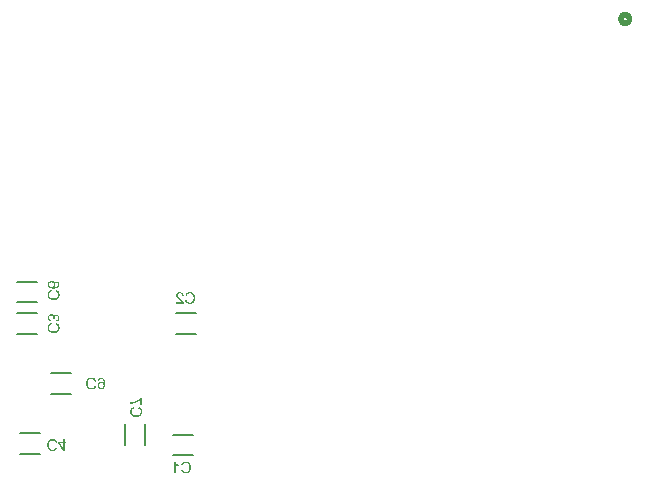
<source format=gbo>
G04*
G04 #@! TF.GenerationSoftware,Altium Limited,Altium Designer,25.4.2 (15)*
G04*
G04 Layer_Color=32896*
%FSLAX44Y44*%
%MOMM*%
G71*
G04*
G04 #@! TF.SameCoordinates,3376916D-7717-44A7-936A-FC15E23AF39E*
G04*
G04*
G04 #@! TF.FilePolarity,Positive*
G04*
G01*
G75*
%ADD12C,0.5080*%
%ADD14C,0.2000*%
G36*
X325729Y415237D02*
X325996Y415209D01*
X326249Y415167D01*
X326496Y415117D01*
X326721Y415054D01*
X326932Y414984D01*
X327129Y414906D01*
X327305Y414829D01*
X327467Y414752D01*
X327607Y414674D01*
X327734Y414604D01*
X327832Y414540D01*
X327917Y414491D01*
X327973Y414449D01*
X328008Y414421D01*
X328022Y414414D01*
X328212Y414245D01*
X328388Y414069D01*
X328550Y413879D01*
X328698Y413682D01*
X328831Y413478D01*
X328951Y413281D01*
X329057Y413084D01*
X329148Y412887D01*
X329232Y412704D01*
X329303Y412535D01*
X329359Y412388D01*
X329408Y412254D01*
X329444Y412148D01*
X329458Y412099D01*
X329465Y412064D01*
X329472Y412036D01*
X329479Y412015D01*
X329486Y412001D01*
Y411994D01*
X328198Y411670D01*
X328142Y411895D01*
X328079Y412099D01*
X328008Y412296D01*
X327924Y412472D01*
X327846Y412641D01*
X327755Y412796D01*
X327671Y412929D01*
X327586Y413056D01*
X327509Y413162D01*
X327431Y413260D01*
X327361Y413337D01*
X327298Y413401D01*
X327248Y413457D01*
X327213Y413492D01*
X327185Y413513D01*
X327178Y413520D01*
X327030Y413626D01*
X326883Y413724D01*
X326728Y413809D01*
X326573Y413879D01*
X326418Y413935D01*
X326263Y413985D01*
X326116Y414027D01*
X325975Y414062D01*
X325848Y414090D01*
X325722Y414104D01*
X325616Y414118D01*
X325525Y414132D01*
X325447D01*
X325391Y414140D01*
X325342D01*
X325180Y414132D01*
X325018Y414118D01*
X324863Y414097D01*
X324709Y414069D01*
X324568Y414034D01*
X324427Y413992D01*
X324300Y413957D01*
X324181Y413907D01*
X324075Y413865D01*
X323977Y413830D01*
X323892Y413788D01*
X323822Y413753D01*
X323766Y413724D01*
X323723Y413703D01*
X323695Y413689D01*
X323688Y413682D01*
X323548Y413591D01*
X323421Y413492D01*
X323301Y413387D01*
X323189Y413274D01*
X323090Y413162D01*
X322999Y413042D01*
X322914Y412929D01*
X322837Y412824D01*
X322774Y412718D01*
X322717Y412620D01*
X322668Y412528D01*
X322633Y412451D01*
X322598Y412388D01*
X322577Y412345D01*
X322570Y412310D01*
X322563Y412303D01*
X322499Y412127D01*
X322443Y411944D01*
X322394Y411761D01*
X322359Y411571D01*
X322288Y411213D01*
X322267Y411037D01*
X322246Y410868D01*
X322232Y410720D01*
X322225Y410579D01*
X322218Y410453D01*
X322211Y410347D01*
X322204Y410256D01*
Y410192D01*
Y410150D01*
Y410136D01*
X322211Y409953D01*
X322218Y409777D01*
X322253Y409440D01*
X322274Y409278D01*
X322302Y409123D01*
X322330Y408975D01*
X322359Y408842D01*
X322387Y408715D01*
X322408Y408602D01*
X322436Y408504D01*
X322457Y408419D01*
X322478Y408356D01*
X322492Y408307D01*
X322506Y408272D01*
Y408265D01*
X322570Y408096D01*
X322640Y407941D01*
X322717Y407793D01*
X322802Y407659D01*
X322886Y407526D01*
X322971Y407406D01*
X323062Y407301D01*
X323147Y407202D01*
X323231Y407118D01*
X323308Y407040D01*
X323379Y406977D01*
X323442Y406921D01*
X323491Y406879D01*
X323526Y406843D01*
X323555Y406829D01*
X323562Y406822D01*
X323709Y406724D01*
X323864Y406646D01*
X324019Y406569D01*
X324174Y406506D01*
X324336Y406456D01*
X324490Y406414D01*
X324638Y406379D01*
X324786Y406351D01*
X324920Y406323D01*
X325046Y406309D01*
X325159Y406295D01*
X325257Y406287D01*
X325335Y406281D01*
X325440D01*
X325623Y406287D01*
X325792Y406302D01*
X325954Y406323D01*
X326109Y406358D01*
X326249Y406393D01*
X326383Y406435D01*
X326503Y406478D01*
X326615Y406520D01*
X326714Y406569D01*
X326805Y406611D01*
X326883Y406653D01*
X326946Y406689D01*
X326995Y406724D01*
X327030Y406745D01*
X327051Y406759D01*
X327058Y406766D01*
X327178Y406865D01*
X327291Y406970D01*
X327389Y407090D01*
X327488Y407209D01*
X327579Y407343D01*
X327657Y407469D01*
X327734Y407596D01*
X327797Y407723D01*
X327854Y407842D01*
X327910Y407955D01*
X327952Y408054D01*
X327987Y408138D01*
X328015Y408215D01*
X328036Y408265D01*
X328043Y408300D01*
X328050Y408314D01*
X329317Y408018D01*
X329240Y407772D01*
X329141Y407540D01*
X329043Y407322D01*
X328930Y407118D01*
X328817Y406935D01*
X328705Y406759D01*
X328585Y406604D01*
X328473Y406463D01*
X328360Y406337D01*
X328261Y406231D01*
X328170Y406133D01*
X328086Y406062D01*
X328022Y405999D01*
X327966Y405957D01*
X327938Y405929D01*
X327924Y405922D01*
X327734Y405788D01*
X327537Y405675D01*
X327326Y405577D01*
X327122Y405493D01*
X326918Y405415D01*
X326714Y405359D01*
X326517Y405310D01*
X326327Y405267D01*
X326144Y405239D01*
X325982Y405218D01*
X325841Y405197D01*
X325715Y405190D01*
X325609Y405183D01*
X325567Y405176D01*
X325468D01*
X325229Y405183D01*
X324997Y405204D01*
X324772Y405232D01*
X324554Y405267D01*
X324350Y405310D01*
X324153Y405366D01*
X323970Y405415D01*
X323801Y405471D01*
X323653Y405528D01*
X323512Y405577D01*
X323393Y405626D01*
X323294Y405675D01*
X323210Y405711D01*
X323154Y405739D01*
X323118Y405760D01*
X323104Y405767D01*
X322907Y405886D01*
X322724Y406013D01*
X322556Y406147D01*
X322394Y406287D01*
X322246Y406428D01*
X322112Y406569D01*
X321986Y406717D01*
X321880Y406850D01*
X321782Y406977D01*
X321690Y407104D01*
X321620Y407209D01*
X321556Y407301D01*
X321514Y407385D01*
X321479Y407441D01*
X321458Y407477D01*
X321451Y407491D01*
X321352Y407709D01*
X321261Y407927D01*
X321184Y408152D01*
X321120Y408377D01*
X321064Y408602D01*
X321015Y408828D01*
X320979Y409039D01*
X320944Y409235D01*
X320923Y409426D01*
X320902Y409601D01*
X320895Y409756D01*
X320881Y409890D01*
Y409995D01*
X320874Y410038D01*
Y410073D01*
Y410101D01*
Y410122D01*
Y410136D01*
Y410143D01*
X320881Y410404D01*
X320895Y410657D01*
X320923Y410903D01*
X320951Y411135D01*
X320994Y411367D01*
X321036Y411578D01*
X321085Y411782D01*
X321134Y411973D01*
X321176Y412141D01*
X321226Y412296D01*
X321268Y412430D01*
X321310Y412542D01*
X321338Y412634D01*
X321367Y412697D01*
X321381Y412739D01*
X321388Y412746D01*
Y412753D01*
X321486Y412971D01*
X321599Y413183D01*
X321718Y413373D01*
X321838Y413555D01*
X321964Y413717D01*
X322091Y413872D01*
X322211Y414006D01*
X322330Y414132D01*
X322443Y414245D01*
X322548Y414337D01*
X322640Y414421D01*
X322724Y414484D01*
X322795Y414534D01*
X322844Y414576D01*
X322872Y414597D01*
X322886Y414604D01*
X323076Y414716D01*
X323280Y414815D01*
X323491Y414899D01*
X323702Y414977D01*
X323913Y415033D01*
X324132Y415089D01*
X324336Y415131D01*
X324540Y415167D01*
X324723Y415188D01*
X324898Y415209D01*
X325053Y415223D01*
X325187Y415237D01*
X325292D01*
X325342Y415244D01*
X325447D01*
X325729Y415237D01*
D02*
G37*
G36*
X333693D02*
X333883Y415216D01*
X334066Y415188D01*
X334242Y415153D01*
X334411Y415110D01*
X334559Y415061D01*
X334706Y415012D01*
X334833Y414956D01*
X334953Y414899D01*
X335058Y414850D01*
X335150Y414801D01*
X335227Y414759D01*
X335290Y414724D01*
X335332Y414688D01*
X335361Y414674D01*
X335368Y414667D01*
X335516Y414555D01*
X335649Y414428D01*
X335776Y414294D01*
X335895Y414161D01*
X336001Y414020D01*
X336106Y413879D01*
X336191Y413745D01*
X336275Y413612D01*
X336346Y413485D01*
X336409Y413366D01*
X336458Y413260D01*
X336501Y413168D01*
X336536Y413091D01*
X336557Y413035D01*
X336571Y413000D01*
X336578Y412986D01*
X336648Y412767D01*
X336712Y412542D01*
X336768Y412303D01*
X336817Y412057D01*
X336852Y411811D01*
X336887Y411557D01*
X336916Y411318D01*
X336937Y411086D01*
X336951Y410868D01*
X336965Y410664D01*
X336972Y410481D01*
X336979Y410404D01*
Y410326D01*
Y410256D01*
X336986Y410192D01*
Y410143D01*
Y410101D01*
Y410066D01*
Y410038D01*
Y410023D01*
Y410017D01*
X336979Y409693D01*
X336965Y409383D01*
X336951Y409102D01*
X336923Y408834D01*
X336887Y408588D01*
X336852Y408370D01*
X336817Y408166D01*
X336782Y407983D01*
X336740Y407821D01*
X336704Y407681D01*
X336669Y407561D01*
X336634Y407463D01*
X336606Y407385D01*
X336592Y407329D01*
X336578Y407301D01*
X336571Y407287D01*
X336493Y407111D01*
X336402Y406949D01*
X336311Y406801D01*
X336212Y406660D01*
X336114Y406527D01*
X336015Y406407D01*
X335916Y406295D01*
X335818Y406196D01*
X335727Y406112D01*
X335649Y406034D01*
X335572Y405971D01*
X335501Y405915D01*
X335452Y405880D01*
X335410Y405844D01*
X335382Y405830D01*
X335375Y405823D01*
X335227Y405732D01*
X335079Y405654D01*
X334925Y405584D01*
X334777Y405528D01*
X334629Y405478D01*
X334481Y405436D01*
X334347Y405401D01*
X334214Y405373D01*
X334094Y405352D01*
X333989Y405338D01*
X333890Y405324D01*
X333806Y405317D01*
X333735Y405310D01*
X333644D01*
X333405Y405317D01*
X333172Y405352D01*
X332954Y405394D01*
X332750Y405450D01*
X332553Y405521D01*
X332370Y405598D01*
X332209Y405675D01*
X332054Y405760D01*
X331920Y405844D01*
X331801Y405929D01*
X331695Y406006D01*
X331611Y406077D01*
X331547Y406133D01*
X331498Y406175D01*
X331463Y406210D01*
X331456Y406217D01*
X331301Y406393D01*
X331167Y406576D01*
X331055Y406773D01*
X330949Y406970D01*
X330865Y407167D01*
X330794Y407364D01*
X330738Y407561D01*
X330696Y407744D01*
X330654Y407920D01*
X330633Y408082D01*
X330611Y408229D01*
X330597Y408356D01*
X330590Y408462D01*
Y408504D01*
X330583Y408539D01*
Y408567D01*
Y408588D01*
Y408595D01*
Y408602D01*
X330590Y408863D01*
X330619Y409109D01*
X330661Y409348D01*
X330710Y409566D01*
X330773Y409770D01*
X330844Y409960D01*
X330921Y410136D01*
X330998Y410291D01*
X331076Y410432D01*
X331153Y410558D01*
X331224Y410664D01*
X331287Y410748D01*
X331336Y410819D01*
X331378Y410868D01*
X331407Y410903D01*
X331414Y410910D01*
X331575Y411065D01*
X331744Y411199D01*
X331913Y411311D01*
X332089Y411417D01*
X332258Y411501D01*
X332427Y411571D01*
X332596Y411628D01*
X332750Y411670D01*
X332898Y411712D01*
X333032Y411733D01*
X333158Y411754D01*
X333257Y411768D01*
X333341Y411776D01*
X333405Y411782D01*
X333461D01*
X333595Y411776D01*
X333728Y411768D01*
X333975Y411726D01*
X334207Y411670D01*
X334305Y411642D01*
X334404Y411607D01*
X334495Y411571D01*
X334573Y411543D01*
X334636Y411515D01*
X334699Y411487D01*
X334742Y411466D01*
X334777Y411445D01*
X334798Y411438D01*
X334805Y411431D01*
X335030Y411290D01*
X335220Y411135D01*
X335311Y411058D01*
X335389Y410980D01*
X335466Y410910D01*
X335530Y410833D01*
X335593Y410769D01*
X335642Y410706D01*
X335684Y410650D01*
X335727Y410601D01*
X335755Y410558D01*
X335776Y410530D01*
X335783Y410509D01*
X335790Y410502D01*
Y410558D01*
Y410607D01*
Y410650D01*
Y410685D01*
Y410706D01*
Y410727D01*
Y410734D01*
Y410741D01*
X335783Y411016D01*
X335762Y411283D01*
X335734Y411529D01*
X335713Y411649D01*
X335698Y411754D01*
X335684Y411853D01*
X335663Y411937D01*
X335649Y412015D01*
X335635Y412078D01*
X335621Y412134D01*
X335614Y412169D01*
X335607Y412198D01*
Y412205D01*
X335572Y412331D01*
X335537Y412458D01*
X335501Y412570D01*
X335466Y412683D01*
X335424Y412782D01*
X335389Y412873D01*
X335354Y412957D01*
X335318Y413035D01*
X335290Y413105D01*
X335255Y413168D01*
X335234Y413218D01*
X335206Y413260D01*
X335192Y413295D01*
X335178Y413316D01*
X335164Y413330D01*
Y413337D01*
X335058Y413485D01*
X334946Y413619D01*
X334833Y413738D01*
X334727Y413830D01*
X334636Y413907D01*
X334559Y413964D01*
X334530Y413985D01*
X334509Y413999D01*
X334495Y414013D01*
X334488D01*
X334326Y414097D01*
X334165Y414154D01*
X333996Y414196D01*
X333848Y414231D01*
X333714Y414245D01*
X333658Y414252D01*
X333609D01*
X333574Y414259D01*
X333517D01*
X333398Y414252D01*
X333285Y414245D01*
X333081Y414203D01*
X332905Y414146D01*
X332821Y414111D01*
X332750Y414076D01*
X332687Y414048D01*
X332624Y414013D01*
X332575Y413985D01*
X332539Y413957D01*
X332504Y413935D01*
X332483Y413914D01*
X332469Y413907D01*
X332462Y413900D01*
X332384Y413830D01*
X332321Y413745D01*
X332202Y413563D01*
X332103Y413366D01*
X332026Y413168D01*
X331998Y413084D01*
X331969Y412993D01*
X331948Y412915D01*
X331934Y412852D01*
X331920Y412796D01*
X331913Y412753D01*
X331906Y412725D01*
Y412718D01*
X330759Y412824D01*
X330794Y413035D01*
X330837Y413232D01*
X330893Y413415D01*
X330956Y413591D01*
X331020Y413753D01*
X331097Y413893D01*
X331167Y414027D01*
X331245Y414146D01*
X331315Y414259D01*
X331385Y414351D01*
X331456Y414428D01*
X331512Y414491D01*
X331554Y414548D01*
X331596Y414583D01*
X331618Y414604D01*
X331625Y414611D01*
X331765Y414724D01*
X331913Y414822D01*
X332068Y414906D01*
X332223Y414977D01*
X332378Y415040D01*
X332532Y415089D01*
X332687Y415131D01*
X332835Y415167D01*
X332968Y415188D01*
X333095Y415209D01*
X333208Y415223D01*
X333306Y415237D01*
X333384D01*
X333447Y415244D01*
X333496D01*
X333693Y415237D01*
D02*
G37*
G36*
X367959Y391631D02*
X366812D01*
Y396402D01*
X366615Y396233D01*
X366404Y396064D01*
X365975Y395747D01*
X365756Y395600D01*
X365545Y395452D01*
X365341Y395318D01*
X365144Y395199D01*
X364961Y395086D01*
X364793Y394980D01*
X364638Y394896D01*
X364511Y394819D01*
X364406Y394762D01*
X364363Y394734D01*
X364328Y394713D01*
X364293Y394699D01*
X364272Y394685D01*
X364265Y394678D01*
X364258D01*
X363976Y394530D01*
X363688Y394396D01*
X363406Y394263D01*
X363132Y394143D01*
X362865Y394038D01*
X362604Y393932D01*
X362358Y393841D01*
X362126Y393756D01*
X361908Y393686D01*
X361718Y393623D01*
X361542Y393566D01*
X361401Y393524D01*
X361338Y393503D01*
X361282Y393489D01*
X361232Y393475D01*
X361190Y393461D01*
X361162Y393454D01*
X361141Y393447D01*
X361127Y393440D01*
X361120D01*
X360824Y393362D01*
X360536Y393299D01*
X360261Y393243D01*
X360001Y393186D01*
X359755Y393144D01*
X359530Y393109D01*
X359319Y393081D01*
X359122Y393060D01*
X358953Y393038D01*
X358798Y393024D01*
X358664Y393010D01*
X358552Y393003D01*
X358467D01*
X358397Y392996D01*
X358362D01*
X358348D01*
Y394228D01*
X358615Y394249D01*
X358882Y394277D01*
X359136Y394305D01*
X359375Y394340D01*
X359607Y394375D01*
X359832Y394418D01*
X360036Y394453D01*
X360226Y394495D01*
X360402Y394530D01*
X360557Y394565D01*
X360691Y394600D01*
X360810Y394629D01*
X360902Y394650D01*
X360965Y394671D01*
X361007Y394678D01*
X361021Y394685D01*
X361345Y394783D01*
X361669Y394889D01*
X361978Y394995D01*
X362281Y395114D01*
X362576Y395227D01*
X362851Y395346D01*
X363118Y395459D01*
X363364Y395571D01*
X363589Y395677D01*
X363786Y395775D01*
X363962Y395867D01*
X364047Y395902D01*
X364117Y395944D01*
X364180Y395973D01*
X364237Y396008D01*
X364286Y396029D01*
X364328Y396050D01*
X364356Y396071D01*
X364377Y396085D01*
X364392Y396092D01*
X364398D01*
X364701Y396261D01*
X364982Y396437D01*
X365250Y396599D01*
X365503Y396768D01*
X365735Y396922D01*
X365953Y397077D01*
X366150Y397225D01*
X366326Y397359D01*
X366488Y397478D01*
X366629Y397591D01*
X366749Y397689D01*
X366847Y397774D01*
X366924Y397844D01*
X366988Y397893D01*
X367016Y397928D01*
X367030Y397935D01*
X367959D01*
Y391631D01*
D02*
G37*
G36*
X361760Y389169D02*
X361535Y389113D01*
X361331Y389049D01*
X361134Y388979D01*
X360958Y388894D01*
X360789Y388817D01*
X360634Y388726D01*
X360501Y388641D01*
X360374Y388557D01*
X360269Y388479D01*
X360170Y388402D01*
X360093Y388332D01*
X360029Y388268D01*
X359973Y388219D01*
X359938Y388184D01*
X359917Y388156D01*
X359910Y388149D01*
X359804Y388001D01*
X359706Y387853D01*
X359621Y387698D01*
X359551Y387544D01*
X359495Y387389D01*
X359445Y387234D01*
X359403Y387086D01*
X359368Y386945D01*
X359340Y386819D01*
X359326Y386692D01*
X359312Y386587D01*
X359298Y386495D01*
Y386418D01*
X359291Y386362D01*
Y386312D01*
X359298Y386151D01*
X359312Y385989D01*
X359333Y385834D01*
X359361Y385679D01*
X359396Y385538D01*
X359438Y385398D01*
X359473Y385271D01*
X359523Y385151D01*
X359565Y385046D01*
X359600Y384947D01*
X359642Y384863D01*
X359678Y384793D01*
X359706Y384736D01*
X359727Y384694D01*
X359741Y384666D01*
X359748Y384659D01*
X359839Y384518D01*
X359938Y384392D01*
X360043Y384272D01*
X360156Y384159D01*
X360269Y384061D01*
X360388Y383969D01*
X360501Y383885D01*
X360606Y383808D01*
X360712Y383744D01*
X360810Y383688D01*
X360902Y383639D01*
X360979Y383604D01*
X361042Y383568D01*
X361085Y383547D01*
X361120Y383540D01*
X361127Y383533D01*
X361303Y383470D01*
X361486Y383414D01*
X361669Y383364D01*
X361859Y383329D01*
X362217Y383259D01*
X362393Y383238D01*
X362562Y383217D01*
X362710Y383203D01*
X362851Y383195D01*
X362977Y383188D01*
X363083Y383181D01*
X363174Y383174D01*
X363238D01*
X363280D01*
X363294D01*
X363477Y383181D01*
X363653Y383188D01*
X363990Y383224D01*
X364152Y383245D01*
X364307Y383273D01*
X364455Y383301D01*
X364589Y383329D01*
X364715Y383357D01*
X364828Y383378D01*
X364926Y383406D01*
X365011Y383428D01*
X365074Y383449D01*
X365123Y383463D01*
X365158Y383477D01*
X365165D01*
X365334Y383540D01*
X365489Y383611D01*
X365637Y383688D01*
X365770Y383772D01*
X365904Y383857D01*
X366024Y383941D01*
X366129Y384033D01*
X366228Y384117D01*
X366312Y384202D01*
X366390Y384279D01*
X366453Y384349D01*
X366509Y384413D01*
X366552Y384462D01*
X366587Y384497D01*
X366601Y384525D01*
X366608Y384532D01*
X366706Y384680D01*
X366784Y384835D01*
X366861Y384990D01*
X366924Y385144D01*
X366974Y385306D01*
X367016Y385461D01*
X367051Y385609D01*
X367079Y385756D01*
X367107Y385890D01*
X367121Y386017D01*
X367135Y386129D01*
X367142Y386228D01*
X367150Y386305D01*
Y386411D01*
X367142Y386594D01*
X367128Y386763D01*
X367107Y386924D01*
X367072Y387079D01*
X367037Y387220D01*
X366995Y387354D01*
X366953Y387473D01*
X366910Y387586D01*
X366861Y387684D01*
X366819Y387776D01*
X366777Y387853D01*
X366741Y387916D01*
X366706Y387966D01*
X366685Y388001D01*
X366671Y388022D01*
X366664Y388029D01*
X366566Y388149D01*
X366460Y388261D01*
X366340Y388360D01*
X366221Y388458D01*
X366087Y388550D01*
X365961Y388627D01*
X365834Y388704D01*
X365707Y388768D01*
X365588Y388824D01*
X365475Y388880D01*
X365377Y388923D01*
X365292Y388958D01*
X365215Y388986D01*
X365165Y389007D01*
X365130Y389014D01*
X365116Y389021D01*
X365412Y390288D01*
X365658Y390210D01*
X365890Y390112D01*
X366108Y390013D01*
X366312Y389901D01*
X366495Y389788D01*
X366671Y389675D01*
X366826Y389556D01*
X366967Y389443D01*
X367093Y389331D01*
X367199Y389232D01*
X367297Y389141D01*
X367368Y389056D01*
X367431Y388993D01*
X367473Y388937D01*
X367501Y388909D01*
X367508Y388894D01*
X367642Y388704D01*
X367755Y388507D01*
X367853Y388296D01*
X367938Y388092D01*
X368015Y387888D01*
X368071Y387684D01*
X368120Y387487D01*
X368163Y387297D01*
X368191Y387114D01*
X368212Y386953D01*
X368233Y386812D01*
X368240Y386685D01*
X368247Y386580D01*
X368254Y386538D01*
Y386439D01*
X368247Y386200D01*
X368226Y385968D01*
X368198Y385742D01*
X368163Y385524D01*
X368120Y385320D01*
X368064Y385123D01*
X368015Y384940D01*
X367959Y384771D01*
X367902Y384624D01*
X367853Y384483D01*
X367804Y384363D01*
X367755Y384265D01*
X367719Y384180D01*
X367691Y384124D01*
X367670Y384089D01*
X367663Y384075D01*
X367543Y383878D01*
X367417Y383695D01*
X367283Y383526D01*
X367142Y383364D01*
X367002Y383217D01*
X366861Y383083D01*
X366713Y382956D01*
X366580Y382851D01*
X366453Y382752D01*
X366326Y382661D01*
X366221Y382590D01*
X366129Y382527D01*
X366045Y382485D01*
X365989Y382450D01*
X365953Y382429D01*
X365939Y382421D01*
X365721Y382323D01*
X365503Y382231D01*
X365278Y382154D01*
X365053Y382091D01*
X364828Y382034D01*
X364603Y381985D01*
X364392Y381950D01*
X364194Y381915D01*
X364005Y381894D01*
X363829Y381873D01*
X363674Y381866D01*
X363540Y381852D01*
X363435D01*
X363392Y381845D01*
X363357D01*
X363329D01*
X363308D01*
X363294D01*
X363287D01*
X363027Y381852D01*
X362773Y381866D01*
X362527Y381894D01*
X362295Y381922D01*
X362063Y381964D01*
X361852Y382006D01*
X361647Y382056D01*
X361457Y382105D01*
X361289Y382147D01*
X361134Y382196D01*
X361000Y382239D01*
X360888Y382281D01*
X360796Y382309D01*
X360733Y382337D01*
X360691Y382351D01*
X360684Y382358D01*
X360677D01*
X360458Y382457D01*
X360247Y382569D01*
X360057Y382689D01*
X359874Y382808D01*
X359713Y382935D01*
X359558Y383062D01*
X359424Y383181D01*
X359298Y383301D01*
X359185Y383414D01*
X359094Y383519D01*
X359009Y383611D01*
X358946Y383695D01*
X358896Y383765D01*
X358854Y383815D01*
X358833Y383843D01*
X358826Y383857D01*
X358714Y384047D01*
X358615Y384251D01*
X358531Y384462D01*
X358453Y384673D01*
X358397Y384884D01*
X358341Y385102D01*
X358298Y385306D01*
X358263Y385510D01*
X358242Y385693D01*
X358221Y385869D01*
X358207Y386024D01*
X358193Y386157D01*
Y386263D01*
X358186Y386312D01*
Y386418D01*
X358193Y386699D01*
X358221Y386967D01*
X358263Y387220D01*
X358312Y387466D01*
X358376Y387691D01*
X358446Y387902D01*
X358524Y388099D01*
X358601Y388275D01*
X358678Y388437D01*
X358756Y388578D01*
X358826Y388704D01*
X358890Y388803D01*
X358939Y388887D01*
X358981Y388944D01*
X359009Y388979D01*
X359016Y388993D01*
X359185Y389183D01*
X359361Y389359D01*
X359551Y389521D01*
X359748Y389668D01*
X359952Y389802D01*
X360149Y389922D01*
X360346Y390027D01*
X360543Y390119D01*
X360726Y390203D01*
X360895Y390274D01*
X361042Y390330D01*
X361176Y390379D01*
X361282Y390414D01*
X361331Y390428D01*
X361366Y390435D01*
X361394Y390442D01*
X361415Y390449D01*
X361429Y390456D01*
X361436D01*
X361760Y389169D01*
D02*
G37*
G36*
X291910Y496988D02*
X292156Y496960D01*
X292381Y496918D01*
X292600Y496862D01*
X292804Y496798D01*
X292987Y496728D01*
X293162Y496651D01*
X293317Y496573D01*
X293458Y496496D01*
X293578Y496418D01*
X293683Y496348D01*
X293768Y496285D01*
X293838Y496228D01*
X293887Y496186D01*
X293922Y496158D01*
X293929Y496151D01*
X294084Y495989D01*
X294225Y495821D01*
X294337Y495652D01*
X294443Y495483D01*
X294527Y495307D01*
X294598Y495138D01*
X294661Y494976D01*
X294703Y494821D01*
X294739Y494674D01*
X294767Y494540D01*
X294788Y494420D01*
X294802Y494315D01*
X294809Y494237D01*
X294816Y494174D01*
Y493991D01*
X294802Y493865D01*
X294767Y493618D01*
X294710Y493400D01*
X294682Y493295D01*
X294654Y493203D01*
X294626Y493112D01*
X294598Y493034D01*
X294570Y492971D01*
X294541Y492908D01*
X294520Y492865D01*
X294506Y492830D01*
X294499Y492809D01*
X294492Y492802D01*
X294429Y492690D01*
X294359Y492577D01*
X294204Y492380D01*
X294042Y492197D01*
X293965Y492120D01*
X293887Y492049D01*
X293810Y491979D01*
X293739Y491923D01*
X293676Y491873D01*
X293620Y491831D01*
X293578Y491796D01*
X293542Y491775D01*
X293521Y491761D01*
X293514Y491754D01*
X293782Y491761D01*
X294035Y491768D01*
X294267Y491789D01*
X294485Y491810D01*
X294682Y491831D01*
X294872Y491859D01*
X295041Y491894D01*
X295189Y491923D01*
X295322Y491951D01*
X295442Y491979D01*
X295541Y492007D01*
X295618Y492035D01*
X295681Y492056D01*
X295730Y492070D01*
X295759Y492085D01*
X295766D01*
X295906Y492148D01*
X296040Y492218D01*
X296167Y492289D01*
X296286Y492366D01*
X296392Y492436D01*
X296490Y492514D01*
X296582Y492584D01*
X296659Y492654D01*
X296730Y492725D01*
X296793Y492781D01*
X296842Y492837D01*
X296884Y492887D01*
X296920Y492922D01*
X296941Y492957D01*
X296955Y492971D01*
X296962Y492978D01*
X297018Y493062D01*
X297067Y493147D01*
X297152Y493316D01*
X297208Y493485D01*
X297243Y493639D01*
X297257Y493717D01*
X297271Y493780D01*
X297278Y493836D01*
Y493886D01*
X297285Y493928D01*
Y493984D01*
X297278Y494111D01*
X297264Y494237D01*
X297236Y494357D01*
X297208Y494470D01*
X297166Y494575D01*
X297124Y494667D01*
X297074Y494758D01*
X297032Y494842D01*
X296983Y494920D01*
X296934Y494983D01*
X296891Y495039D01*
X296849Y495089D01*
X296821Y495124D01*
X296793Y495152D01*
X296779Y495166D01*
X296772Y495173D01*
X296709Y495229D01*
X296638Y495279D01*
X296476Y495370D01*
X296308Y495448D01*
X296146Y495511D01*
X295991Y495567D01*
X295928Y495581D01*
X295864Y495602D01*
X295822Y495616D01*
X295780Y495624D01*
X295759Y495630D01*
X295752D01*
X295843Y496820D01*
X296047Y496784D01*
X296244Y496742D01*
X296427Y496686D01*
X296596Y496615D01*
X296758Y496552D01*
X296905Y496475D01*
X297039Y496397D01*
X297159Y496320D01*
X297264Y496243D01*
X297356Y496172D01*
X297440Y496109D01*
X297504Y496053D01*
X297553Y496003D01*
X297595Y495968D01*
X297616Y495940D01*
X297623Y495933D01*
X297736Y495792D01*
X297834Y495645D01*
X297926Y495490D01*
X297996Y495328D01*
X298059Y495173D01*
X298116Y495018D01*
X298158Y494864D01*
X298193Y494723D01*
X298214Y494582D01*
X298235Y494455D01*
X298249Y494343D01*
X298263Y494244D01*
Y494167D01*
X298270Y494104D01*
Y494054D01*
X298256Y493773D01*
X298221Y493506D01*
X298165Y493259D01*
X298095Y493020D01*
X298010Y492802D01*
X297919Y492605D01*
X297813Y492422D01*
X297715Y492253D01*
X297609Y492106D01*
X297504Y491972D01*
X297412Y491866D01*
X297328Y491775D01*
X297257Y491698D01*
X297201Y491648D01*
X297166Y491620D01*
X297152Y491606D01*
X297025Y491515D01*
X296891Y491423D01*
X296758Y491339D01*
X296610Y491261D01*
X296300Y491121D01*
X295970Y491001D01*
X295632Y490902D01*
X295294Y490818D01*
X294949Y490748D01*
X294619Y490698D01*
X294302Y490649D01*
X294014Y490621D01*
X293873Y490607D01*
X293746Y490600D01*
X293620Y490586D01*
X293514Y490579D01*
X293409D01*
X293317Y490572D01*
X293240D01*
X293176Y490565D01*
X293120D01*
X293085D01*
X293057D01*
X293050D01*
X292818D01*
X292593Y490579D01*
X292381Y490586D01*
X292170Y490607D01*
X291973Y490628D01*
X291783Y490649D01*
X291600Y490677D01*
X291425Y490713D01*
X291256Y490748D01*
X291094Y490783D01*
X290946Y490825D01*
X290798Y490860D01*
X290665Y490902D01*
X290531Y490952D01*
X290411Y490994D01*
X290299Y491036D01*
X290193Y491078D01*
X290088Y491128D01*
X289996Y491170D01*
X289912Y491212D01*
X289834Y491247D01*
X289764Y491289D01*
X289645Y491360D01*
X289553Y491423D01*
X289483Y491465D01*
X289448Y491501D01*
X289433Y491507D01*
X289244Y491690D01*
X289075Y491880D01*
X288927Y492085D01*
X288800Y492289D01*
X288695Y492492D01*
X288603Y492690D01*
X288533Y492887D01*
X288477Y493077D01*
X288427Y493259D01*
X288392Y493421D01*
X288371Y493569D01*
X288350Y493696D01*
X288343Y493801D01*
Y493843D01*
X288336Y493879D01*
Y493942D01*
X288343Y494104D01*
X288357Y494266D01*
X288371Y494413D01*
X288399Y494561D01*
X288434Y494695D01*
X288470Y494828D01*
X288505Y494948D01*
X288547Y495054D01*
X288582Y495159D01*
X288617Y495243D01*
X288652Y495321D01*
X288688Y495391D01*
X288716Y495440D01*
X288730Y495483D01*
X288744Y495504D01*
X288751Y495511D01*
X288835Y495638D01*
X288920Y495757D01*
X289018Y495870D01*
X289117Y495968D01*
X289215Y496067D01*
X289314Y496158D01*
X289412Y496236D01*
X289511Y496313D01*
X289602Y496376D01*
X289680Y496433D01*
X289757Y496482D01*
X289827Y496524D01*
X289877Y496552D01*
X289919Y496573D01*
X289947Y496587D01*
X289954Y496594D01*
X290102Y496665D01*
X290257Y496728D01*
X290404Y496777D01*
X290552Y496827D01*
X290700Y496869D01*
X290841Y496897D01*
X290974Y496925D01*
X291101Y496946D01*
X291221Y496960D01*
X291326Y496974D01*
X291418Y496981D01*
X291502Y496988D01*
X291565Y496995D01*
X291615D01*
X291650D01*
X291657D01*
X291910Y496988D01*
D02*
G37*
G36*
Y488229D02*
X291685Y488173D01*
X291481Y488109D01*
X291284Y488039D01*
X291108Y487954D01*
X290939Y487877D01*
X290784Y487786D01*
X290651Y487701D01*
X290524Y487617D01*
X290418Y487539D01*
X290320Y487462D01*
X290243Y487392D01*
X290179Y487328D01*
X290123Y487279D01*
X290088Y487244D01*
X290067Y487216D01*
X290060Y487209D01*
X289954Y487061D01*
X289856Y486913D01*
X289771Y486758D01*
X289701Y486604D01*
X289645Y486449D01*
X289595Y486294D01*
X289553Y486146D01*
X289518Y486006D01*
X289490Y485879D01*
X289476Y485752D01*
X289462Y485647D01*
X289448Y485555D01*
Y485478D01*
X289440Y485422D01*
Y485372D01*
X289448Y485210D01*
X289462Y485049D01*
X289483Y484894D01*
X289511Y484739D01*
X289546Y484598D01*
X289588Y484458D01*
X289623Y484331D01*
X289673Y484211D01*
X289715Y484106D01*
X289750Y484007D01*
X289792Y483923D01*
X289827Y483853D01*
X289856Y483796D01*
X289877Y483754D01*
X289891Y483726D01*
X289898Y483719D01*
X289989Y483578D01*
X290088Y483451D01*
X290193Y483332D01*
X290306Y483219D01*
X290418Y483121D01*
X290538Y483029D01*
X290651Y482945D01*
X290756Y482868D01*
X290862Y482804D01*
X290960Y482748D01*
X291052Y482699D01*
X291129Y482663D01*
X291192Y482628D01*
X291235Y482607D01*
X291270Y482600D01*
X291277Y482593D01*
X291453Y482530D01*
X291636Y482474D01*
X291819Y482424D01*
X292009Y482389D01*
X292367Y482319D01*
X292543Y482298D01*
X292712Y482277D01*
X292860Y482262D01*
X293001Y482255D01*
X293127Y482248D01*
X293233Y482241D01*
X293324Y482234D01*
X293388D01*
X293430D01*
X293444D01*
X293627Y482241D01*
X293803Y482248D01*
X294140Y482284D01*
X294302Y482305D01*
X294457Y482333D01*
X294605Y482361D01*
X294739Y482389D01*
X294865Y482417D01*
X294978Y482438D01*
X295076Y482467D01*
X295161Y482488D01*
X295224Y482509D01*
X295273Y482523D01*
X295308Y482537D01*
X295315D01*
X295484Y482600D01*
X295639Y482671D01*
X295787Y482748D01*
X295921Y482832D01*
X296054Y482917D01*
X296174Y483001D01*
X296279Y483093D01*
X296378Y483177D01*
X296462Y483262D01*
X296540Y483339D01*
X296603Y483409D01*
X296659Y483473D01*
X296702Y483522D01*
X296737Y483557D01*
X296751Y483585D01*
X296758Y483592D01*
X296856Y483740D01*
X296934Y483895D01*
X297011Y484050D01*
X297074Y484204D01*
X297124Y484366D01*
X297166Y484521D01*
X297201Y484669D01*
X297229Y484817D01*
X297257Y484950D01*
X297271Y485077D01*
X297285Y485189D01*
X297292Y485288D01*
X297299Y485365D01*
Y485471D01*
X297292Y485654D01*
X297278Y485823D01*
X297257Y485984D01*
X297222Y486139D01*
X297187Y486280D01*
X297145Y486414D01*
X297103Y486533D01*
X297060Y486646D01*
X297011Y486744D01*
X296969Y486836D01*
X296927Y486913D01*
X296891Y486977D01*
X296856Y487026D01*
X296835Y487061D01*
X296821Y487082D01*
X296814Y487089D01*
X296716Y487209D01*
X296610Y487321D01*
X296490Y487420D01*
X296371Y487518D01*
X296237Y487610D01*
X296110Y487687D01*
X295984Y487765D01*
X295857Y487828D01*
X295738Y487884D01*
X295625Y487940D01*
X295527Y487983D01*
X295442Y488018D01*
X295365Y488046D01*
X295315Y488067D01*
X295280Y488074D01*
X295266Y488081D01*
X295562Y489347D01*
X295808Y489270D01*
X296040Y489172D01*
X296258Y489073D01*
X296462Y488961D01*
X296645Y488848D01*
X296821Y488735D01*
X296976Y488616D01*
X297117Y488503D01*
X297243Y488391D01*
X297349Y488292D01*
X297447Y488201D01*
X297518Y488116D01*
X297581Y488053D01*
X297623Y487997D01*
X297651Y487968D01*
X297658Y487954D01*
X297792Y487765D01*
X297905Y487567D01*
X298003Y487356D01*
X298088Y487152D01*
X298165Y486948D01*
X298221Y486744D01*
X298270Y486547D01*
X298313Y486357D01*
X298341Y486174D01*
X298362Y486013D01*
X298383Y485872D01*
X298390Y485745D01*
X298397Y485640D01*
X298404Y485597D01*
Y485499D01*
X298397Y485260D01*
X298376Y485028D01*
X298348Y484802D01*
X298313Y484584D01*
X298270Y484380D01*
X298214Y484183D01*
X298165Y484000D01*
X298109Y483831D01*
X298052Y483684D01*
X298003Y483543D01*
X297954Y483423D01*
X297905Y483325D01*
X297869Y483241D01*
X297841Y483184D01*
X297820Y483149D01*
X297813Y483135D01*
X297694Y482938D01*
X297567Y482755D01*
X297433Y482586D01*
X297292Y482424D01*
X297152Y482277D01*
X297011Y482143D01*
X296863Y482016D01*
X296730Y481911D01*
X296603Y481812D01*
X296476Y481721D01*
X296371Y481650D01*
X296279Y481587D01*
X296195Y481545D01*
X296139Y481510D01*
X296103Y481488D01*
X296089Y481482D01*
X295871Y481383D01*
X295653Y481292D01*
X295428Y481214D01*
X295203Y481151D01*
X294978Y481095D01*
X294753Y481045D01*
X294541Y481010D01*
X294345Y480975D01*
X294154Y480954D01*
X293979Y480933D01*
X293824Y480926D01*
X293690Y480912D01*
X293585D01*
X293542Y480905D01*
X293507D01*
X293479D01*
X293458D01*
X293444D01*
X293437D01*
X293176Y480912D01*
X292923Y480926D01*
X292677Y480954D01*
X292445Y480982D01*
X292213Y481024D01*
X292001Y481066D01*
X291798Y481116D01*
X291607Y481165D01*
X291439Y481207D01*
X291284Y481256D01*
X291150Y481299D01*
X291038Y481341D01*
X290946Y481369D01*
X290883Y481397D01*
X290841Y481411D01*
X290834Y481418D01*
X290827D01*
X290609Y481517D01*
X290397Y481629D01*
X290207Y481749D01*
X290025Y481869D01*
X289863Y481995D01*
X289708Y482122D01*
X289574Y482241D01*
X289448Y482361D01*
X289335Y482474D01*
X289244Y482579D01*
X289159Y482671D01*
X289096Y482755D01*
X289046Y482825D01*
X289004Y482875D01*
X288983Y482903D01*
X288976Y482917D01*
X288864Y483107D01*
X288765Y483311D01*
X288681Y483522D01*
X288603Y483733D01*
X288547Y483944D01*
X288491Y484162D01*
X288449Y484366D01*
X288413Y484570D01*
X288392Y484753D01*
X288371Y484929D01*
X288357Y485084D01*
X288343Y485218D01*
Y485323D01*
X288336Y485372D01*
Y485478D01*
X288343Y485759D01*
X288371Y486027D01*
X288413Y486280D01*
X288463Y486526D01*
X288526Y486751D01*
X288596Y486962D01*
X288674Y487159D01*
X288751Y487335D01*
X288828Y487497D01*
X288906Y487638D01*
X288976Y487765D01*
X289039Y487863D01*
X289089Y487947D01*
X289131Y488004D01*
X289159Y488039D01*
X289166Y488053D01*
X289335Y488243D01*
X289511Y488419D01*
X289701Y488581D01*
X289898Y488728D01*
X290102Y488862D01*
X290299Y488982D01*
X290496Y489087D01*
X290693Y489179D01*
X290876Y489263D01*
X291045Y489333D01*
X291192Y489390D01*
X291326Y489439D01*
X291432Y489474D01*
X291481Y489488D01*
X291516Y489495D01*
X291544Y489502D01*
X291565Y489509D01*
X291579Y489516D01*
X291586D01*
X291910Y488229D01*
D02*
G37*
G36*
X292737Y363167D02*
X293004Y363139D01*
X293258Y363097D01*
X293504Y363047D01*
X293729Y362984D01*
X293940Y362914D01*
X294137Y362836D01*
X294313Y362759D01*
X294475Y362682D01*
X294615Y362604D01*
X294742Y362534D01*
X294841Y362471D01*
X294925Y362421D01*
X294981Y362379D01*
X295016Y362351D01*
X295030Y362344D01*
X295220Y362175D01*
X295396Y361999D01*
X295558Y361809D01*
X295706Y361612D01*
X295840Y361408D01*
X295959Y361211D01*
X296065Y361014D01*
X296156Y360817D01*
X296241Y360634D01*
X296311Y360465D01*
X296367Y360318D01*
X296416Y360184D01*
X296452Y360078D01*
X296466Y360029D01*
X296473Y359994D01*
X296480Y359966D01*
X296487Y359945D01*
X296494Y359931D01*
Y359924D01*
X295206Y359600D01*
X295150Y359825D01*
X295087Y360029D01*
X295016Y360226D01*
X294932Y360402D01*
X294855Y360571D01*
X294763Y360726D01*
X294679Y360859D01*
X294594Y360986D01*
X294517Y361091D01*
X294440Y361190D01*
X294369Y361267D01*
X294306Y361331D01*
X294256Y361387D01*
X294221Y361422D01*
X294193Y361443D01*
X294186Y361450D01*
X294038Y361556D01*
X293891Y361654D01*
X293736Y361739D01*
X293581Y361809D01*
X293426Y361865D01*
X293272Y361915D01*
X293124Y361957D01*
X292983Y361992D01*
X292856Y362020D01*
X292730Y362034D01*
X292624Y362048D01*
X292533Y362062D01*
X292455D01*
X292399Y362070D01*
X292350D01*
X292188Y362062D01*
X292026Y362048D01*
X291871Y362027D01*
X291717Y361999D01*
X291576Y361964D01*
X291435Y361922D01*
X291308Y361887D01*
X291189Y361837D01*
X291083Y361795D01*
X290985Y361760D01*
X290900Y361718D01*
X290830Y361683D01*
X290774Y361654D01*
X290732Y361633D01*
X290704Y361619D01*
X290696Y361612D01*
X290556Y361521D01*
X290429Y361422D01*
X290310Y361317D01*
X290197Y361204D01*
X290098Y361091D01*
X290007Y360972D01*
X289923Y360859D01*
X289845Y360754D01*
X289782Y360648D01*
X289725Y360550D01*
X289676Y360458D01*
X289641Y360381D01*
X289606Y360318D01*
X289585Y360275D01*
X289578Y360240D01*
X289571Y360233D01*
X289507Y360057D01*
X289451Y359874D01*
X289402Y359691D01*
X289367Y359501D01*
X289296Y359143D01*
X289275Y358967D01*
X289254Y358798D01*
X289240Y358650D01*
X289233Y358509D01*
X289226Y358383D01*
X289219Y358277D01*
X289212Y358186D01*
Y358122D01*
Y358080D01*
Y358066D01*
X289219Y357883D01*
X289226Y357707D01*
X289261Y357370D01*
X289282Y357208D01*
X289310Y357053D01*
X289338Y356905D01*
X289367Y356772D01*
X289395Y356645D01*
X289416Y356532D01*
X289444Y356434D01*
X289465Y356349D01*
X289486Y356286D01*
X289500Y356237D01*
X289514Y356202D01*
Y356195D01*
X289578Y356026D01*
X289648Y355871D01*
X289725Y355723D01*
X289810Y355589D01*
X289894Y355456D01*
X289979Y355336D01*
X290070Y355231D01*
X290155Y355132D01*
X290239Y355048D01*
X290317Y354970D01*
X290387Y354907D01*
X290450Y354851D01*
X290499Y354809D01*
X290535Y354773D01*
X290563Y354759D01*
X290570Y354752D01*
X290718Y354654D01*
X290872Y354576D01*
X291027Y354499D01*
X291182Y354436D01*
X291344Y354386D01*
X291499Y354344D01*
X291646Y354309D01*
X291794Y354281D01*
X291928Y354253D01*
X292054Y354239D01*
X292167Y354225D01*
X292265Y354217D01*
X292343Y354211D01*
X292448D01*
X292631Y354217D01*
X292800Y354232D01*
X292962Y354253D01*
X293117Y354288D01*
X293258Y354323D01*
X293391Y354365D01*
X293511Y354408D01*
X293623Y354450D01*
X293722Y354499D01*
X293813Y354541D01*
X293891Y354583D01*
X293954Y354619D01*
X294003Y354654D01*
X294038Y354675D01*
X294060Y354689D01*
X294067Y354696D01*
X294186Y354795D01*
X294299Y354900D01*
X294397Y355020D01*
X294496Y355139D01*
X294587Y355273D01*
X294665Y355400D01*
X294742Y355526D01*
X294805Y355653D01*
X294862Y355772D01*
X294918Y355885D01*
X294960Y355984D01*
X294995Y356068D01*
X295023Y356145D01*
X295044Y356195D01*
X295052Y356230D01*
X295059Y356244D01*
X296325Y355948D01*
X296248Y355702D01*
X296149Y355470D01*
X296051Y355252D01*
X295938Y355048D01*
X295826Y354865D01*
X295713Y354689D01*
X295593Y354534D01*
X295481Y354393D01*
X295368Y354267D01*
X295270Y354161D01*
X295178Y354063D01*
X295094Y353992D01*
X295030Y353929D01*
X294974Y353887D01*
X294946Y353859D01*
X294932Y353852D01*
X294742Y353718D01*
X294545Y353605D01*
X294334Y353507D01*
X294130Y353423D01*
X293926Y353345D01*
X293722Y353289D01*
X293525Y353240D01*
X293335Y353197D01*
X293152Y353169D01*
X292990Y353148D01*
X292849Y353127D01*
X292723Y353120D01*
X292617Y353113D01*
X292575Y353106D01*
X292477D01*
X292237Y353113D01*
X292005Y353134D01*
X291780Y353162D01*
X291562Y353197D01*
X291358Y353240D01*
X291161Y353296D01*
X290978Y353345D01*
X290809Y353401D01*
X290661Y353458D01*
X290520Y353507D01*
X290401Y353556D01*
X290302Y353605D01*
X290218Y353641D01*
X290162Y353669D01*
X290126Y353690D01*
X290112Y353697D01*
X289915Y353816D01*
X289732Y353943D01*
X289564Y354077D01*
X289402Y354217D01*
X289254Y354358D01*
X289120Y354499D01*
X288994Y354647D01*
X288888Y354780D01*
X288790Y354907D01*
X288698Y355034D01*
X288628Y355139D01*
X288565Y355231D01*
X288522Y355315D01*
X288487Y355371D01*
X288466Y355407D01*
X288459Y355421D01*
X288361Y355639D01*
X288269Y355857D01*
X288192Y356082D01*
X288128Y356307D01*
X288072Y356532D01*
X288023Y356758D01*
X287988Y356968D01*
X287952Y357165D01*
X287931Y357355D01*
X287910Y357531D01*
X287903Y357686D01*
X287889Y357820D01*
Y357925D01*
X287882Y357968D01*
Y358003D01*
Y358031D01*
Y358052D01*
Y358066D01*
Y358073D01*
X287889Y358334D01*
X287903Y358587D01*
X287931Y358833D01*
X287959Y359065D01*
X288002Y359297D01*
X288044Y359509D01*
X288093Y359712D01*
X288142Y359902D01*
X288185Y360071D01*
X288234Y360226D01*
X288276Y360360D01*
X288318Y360472D01*
X288347Y360564D01*
X288375Y360627D01*
X288389Y360669D01*
X288396Y360676D01*
Y360683D01*
X288494Y360901D01*
X288607Y361113D01*
X288726Y361303D01*
X288846Y361485D01*
X288973Y361647D01*
X289099Y361802D01*
X289219Y361936D01*
X289338Y362062D01*
X289451Y362175D01*
X289557Y362267D01*
X289648Y362351D01*
X289732Y362414D01*
X289803Y362463D01*
X289852Y362506D01*
X289880Y362527D01*
X289894Y362534D01*
X290084Y362646D01*
X290288Y362745D01*
X290499Y362829D01*
X290711Y362907D01*
X290922Y362963D01*
X291140Y363019D01*
X291344Y363061D01*
X291548Y363097D01*
X291731Y363118D01*
X291907Y363139D01*
X292061Y363153D01*
X292195Y363167D01*
X292301D01*
X292350Y363174D01*
X292455D01*
X292737Y363167D01*
D02*
G37*
G36*
X302622Y360683D02*
X303938D01*
Y359586D01*
X302622D01*
Y353275D01*
X301644D01*
X297204Y359586D01*
Y360683D01*
X301426D01*
Y363012D01*
X302622D01*
Y360683D01*
D02*
G37*
G36*
X291551Y469048D02*
X291713Y469034D01*
X291868Y469013D01*
X292016Y468978D01*
X292156Y468943D01*
X292283Y468908D01*
X292403Y468858D01*
X292515Y468816D01*
X292614Y468774D01*
X292698Y468732D01*
X292768Y468690D01*
X292832Y468654D01*
X292881Y468619D01*
X292916Y468598D01*
X292937Y468584D01*
X292944Y468577D01*
X293057Y468486D01*
X293162Y468380D01*
X293254Y468274D01*
X293338Y468169D01*
X293416Y468056D01*
X293479Y467944D01*
X293542Y467831D01*
X293592Y467726D01*
X293641Y467627D01*
X293676Y467536D01*
X293711Y467451D01*
X293732Y467374D01*
X293754Y467318D01*
X293768Y467268D01*
X293775Y467240D01*
Y467233D01*
X293831Y467353D01*
X293894Y467465D01*
X293965Y467571D01*
X294028Y467669D01*
X294098Y467761D01*
X294169Y467838D01*
X294232Y467916D01*
X294295Y467979D01*
X294359Y468042D01*
X294415Y468092D01*
X294464Y468134D01*
X294506Y468169D01*
X294541Y468197D01*
X294570Y468218D01*
X294584Y468225D01*
X294591Y468232D01*
X294689Y468296D01*
X294788Y468345D01*
X294893Y468394D01*
X294992Y468429D01*
X295182Y468493D01*
X295365Y468535D01*
X295442Y468549D01*
X295519Y468556D01*
X295583Y468570D01*
X295639D01*
X295681Y468577D01*
X295716D01*
X295738D01*
X295745D01*
X295871Y468570D01*
X295991Y468563D01*
X296223Y468521D01*
X296434Y468464D01*
X296526Y468429D01*
X296617Y468401D01*
X296702Y468366D01*
X296772Y468331D01*
X296842Y468303D01*
X296891Y468274D01*
X296941Y468253D01*
X296969Y468232D01*
X296990Y468225D01*
X296997Y468218D01*
X297103Y468148D01*
X297208Y468070D01*
X297391Y467909D01*
X297553Y467740D01*
X297687Y467571D01*
X297743Y467494D01*
X297792Y467423D01*
X297834Y467360D01*
X297869Y467304D01*
X297897Y467254D01*
X297919Y467219D01*
X297926Y467198D01*
X297933Y467191D01*
X297996Y467064D01*
X298045Y466938D01*
X298095Y466811D01*
X298130Y466677D01*
X298193Y466431D01*
X298214Y466319D01*
X298235Y466206D01*
X298249Y466107D01*
X298256Y466016D01*
X298270Y465932D01*
Y465861D01*
X298277Y465805D01*
Y465728D01*
X298270Y465516D01*
X298249Y465312D01*
X298214Y465115D01*
X298172Y464933D01*
X298123Y464764D01*
X298066Y464609D01*
X298010Y464461D01*
X297947Y464327D01*
X297883Y464208D01*
X297827Y464102D01*
X297771Y464011D01*
X297722Y463933D01*
X297679Y463870D01*
X297644Y463828D01*
X297623Y463800D01*
X297616Y463793D01*
X297489Y463652D01*
X297349Y463525D01*
X297201Y463413D01*
X297046Y463314D01*
X296891Y463223D01*
X296737Y463138D01*
X296582Y463068D01*
X296434Y463005D01*
X296293Y462955D01*
X296167Y462913D01*
X296054Y462878D01*
X295949Y462850D01*
X295864Y462829D01*
X295808Y462815D01*
X295766Y462801D01*
X295759D01*
X295752D01*
X295541Y463997D01*
X295702Y464025D01*
X295850Y464060D01*
X295984Y464095D01*
X296110Y464145D01*
X296230Y464187D01*
X296336Y464243D01*
X296434Y464292D01*
X296526Y464342D01*
X296596Y464391D01*
X296666Y464433D01*
X296723Y464475D01*
X296765Y464510D01*
X296800Y464546D01*
X296828Y464567D01*
X296842Y464581D01*
X296849Y464588D01*
X296927Y464679D01*
X296997Y464771D01*
X297053Y464869D01*
X297103Y464968D01*
X297152Y465066D01*
X297187Y465158D01*
X297236Y465340D01*
X297257Y465425D01*
X297271Y465502D01*
X297278Y465573D01*
X297285Y465636D01*
X297292Y465678D01*
Y465749D01*
X297285Y465875D01*
X297271Y466002D01*
X297250Y466115D01*
X297222Y466227D01*
X297194Y466326D01*
X297152Y466424D01*
X297117Y466508D01*
X297074Y466586D01*
X297032Y466656D01*
X296997Y466720D01*
X296955Y466769D01*
X296927Y466818D01*
X296898Y466853D01*
X296877Y466874D01*
X296863Y466888D01*
X296856Y466895D01*
X296772Y466973D01*
X296687Y467043D01*
X296596Y467107D01*
X296504Y467156D01*
X296413Y467198D01*
X296322Y467233D01*
X296153Y467290D01*
X296075Y467311D01*
X296005Y467325D01*
X295935Y467332D01*
X295885Y467339D01*
X295836Y467346D01*
X295801D01*
X295780D01*
X295773D01*
X295625Y467339D01*
X295484Y467318D01*
X295351Y467290D01*
X295231Y467247D01*
X295118Y467205D01*
X295020Y467156D01*
X294928Y467099D01*
X294844Y467043D01*
X294774Y466980D01*
X294710Y466931D01*
X294661Y466874D01*
X294619Y466832D01*
X294584Y466790D01*
X294563Y466762D01*
X294548Y466741D01*
X294541Y466734D01*
X294471Y466621D01*
X294415Y466502D01*
X294359Y466382D01*
X294316Y466262D01*
X294246Y466030D01*
X294218Y465924D01*
X294197Y465819D01*
X294183Y465720D01*
X294169Y465636D01*
X294161Y465559D01*
X294154Y465488D01*
X294147Y465439D01*
Y465305D01*
X294154Y465242D01*
Y465214D01*
X294161Y465193D01*
Y465172D01*
X293113Y465038D01*
X293155Y465221D01*
X293184Y465383D01*
X293212Y465523D01*
X293226Y465650D01*
X293233Y465749D01*
X293240Y465819D01*
Y465882D01*
X293233Y466037D01*
X293219Y466178D01*
X293191Y466319D01*
X293155Y466445D01*
X293113Y466565D01*
X293071Y466677D01*
X293022Y466783D01*
X292973Y466874D01*
X292923Y466959D01*
X292874Y467036D01*
X292832Y467099D01*
X292790Y467149D01*
X292754Y467191D01*
X292726Y467226D01*
X292712Y467240D01*
X292705Y467247D01*
X292600Y467346D01*
X292494Y467423D01*
X292381Y467500D01*
X292269Y467564D01*
X292156Y467613D01*
X292044Y467655D01*
X291931Y467691D01*
X291826Y467719D01*
X291727Y467747D01*
X291636Y467761D01*
X291551Y467775D01*
X291488Y467782D01*
X291425Y467789D01*
X291382D01*
X291354D01*
X291347D01*
X291192Y467782D01*
X291038Y467761D01*
X290897Y467733D01*
X290763Y467697D01*
X290630Y467655D01*
X290517Y467606D01*
X290404Y467550D01*
X290306Y467500D01*
X290215Y467444D01*
X290137Y467388D01*
X290067Y467339D01*
X290010Y467296D01*
X289961Y467261D01*
X289933Y467233D01*
X289912Y467212D01*
X289905Y467205D01*
X289799Y467093D01*
X289715Y466980D01*
X289638Y466860D01*
X289567Y466741D01*
X289511Y466621D01*
X289462Y466502D01*
X289426Y466382D01*
X289391Y466276D01*
X289370Y466171D01*
X289349Y466079D01*
X289342Y465995D01*
X289328Y465918D01*
Y465861D01*
X289321Y465812D01*
Y465777D01*
X289328Y465643D01*
X289342Y465523D01*
X289363Y465404D01*
X289391Y465291D01*
X289426Y465186D01*
X289462Y465087D01*
X289504Y464996D01*
X289546Y464911D01*
X289581Y464834D01*
X289623Y464771D01*
X289659Y464707D01*
X289694Y464665D01*
X289722Y464623D01*
X289743Y464595D01*
X289757Y464581D01*
X289764Y464574D01*
X289856Y464482D01*
X289954Y464405D01*
X290067Y464327D01*
X290186Y464257D01*
X290425Y464137D01*
X290672Y464039D01*
X290784Y464004D01*
X290890Y463969D01*
X290981Y463940D01*
X291066Y463919D01*
X291136Y463898D01*
X291192Y463884D01*
X291221Y463877D01*
X291235D01*
X291073Y462681D01*
X290848Y462709D01*
X290637Y462751D01*
X290440Y462815D01*
X290250Y462878D01*
X290074Y462955D01*
X289912Y463033D01*
X289757Y463117D01*
X289623Y463202D01*
X289504Y463286D01*
X289398Y463363D01*
X289307Y463441D01*
X289229Y463504D01*
X289166Y463560D01*
X289124Y463603D01*
X289096Y463631D01*
X289089Y463638D01*
X288955Y463800D01*
X288835Y463976D01*
X288737Y464151D01*
X288652Y464327D01*
X288575Y464510D01*
X288512Y464686D01*
X288463Y464862D01*
X288427Y465024D01*
X288392Y465179D01*
X288371Y465319D01*
X288350Y465446D01*
X288343Y465559D01*
X288336Y465643D01*
X288329Y465713D01*
Y465770D01*
X288336Y466030D01*
X288364Y466276D01*
X288413Y466516D01*
X288470Y466734D01*
X288533Y466945D01*
X288610Y467135D01*
X288688Y467318D01*
X288772Y467479D01*
X288857Y467620D01*
X288934Y467754D01*
X289011Y467859D01*
X289075Y467951D01*
X289131Y468028D01*
X289180Y468078D01*
X289208Y468106D01*
X289215Y468120D01*
X289384Y468282D01*
X289560Y468429D01*
X289743Y468556D01*
X289926Y468661D01*
X290109Y468753D01*
X290292Y468830D01*
X290461Y468887D01*
X290630Y468936D01*
X290784Y468978D01*
X290925Y469006D01*
X291052Y469027D01*
X291164Y469041D01*
X291249Y469048D01*
X291319Y469055D01*
X291361D01*
X291375D01*
X291551Y469048D01*
D02*
G37*
G36*
X291917Y460289D02*
X291692Y460233D01*
X291488Y460169D01*
X291291Y460099D01*
X291115Y460014D01*
X290946Y459937D01*
X290791Y459846D01*
X290658Y459761D01*
X290531Y459677D01*
X290425Y459599D01*
X290327Y459522D01*
X290250Y459452D01*
X290186Y459388D01*
X290130Y459339D01*
X290095Y459304D01*
X290074Y459276D01*
X290067Y459269D01*
X289961Y459121D01*
X289863Y458973D01*
X289778Y458818D01*
X289708Y458664D01*
X289652Y458509D01*
X289602Y458354D01*
X289560Y458206D01*
X289525Y458065D01*
X289497Y457939D01*
X289483Y457812D01*
X289469Y457707D01*
X289455Y457615D01*
Y457538D01*
X289448Y457482D01*
Y457432D01*
X289455Y457271D01*
X289469Y457109D01*
X289490Y456954D01*
X289518Y456799D01*
X289553Y456658D01*
X289595Y456518D01*
X289631Y456391D01*
X289680Y456271D01*
X289722Y456166D01*
X289757Y456067D01*
X289799Y455983D01*
X289834Y455913D01*
X289863Y455856D01*
X289884Y455814D01*
X289898Y455786D01*
X289905Y455779D01*
X289996Y455638D01*
X290095Y455512D01*
X290200Y455392D01*
X290313Y455279D01*
X290425Y455181D01*
X290545Y455089D01*
X290658Y455005D01*
X290763Y454928D01*
X290869Y454864D01*
X290967Y454808D01*
X291059Y454759D01*
X291136Y454724D01*
X291199Y454688D01*
X291242Y454667D01*
X291277Y454660D01*
X291284Y454653D01*
X291460Y454590D01*
X291643Y454534D01*
X291826Y454484D01*
X292016Y454449D01*
X292374Y454379D01*
X292550Y454358D01*
X292719Y454337D01*
X292867Y454323D01*
X293008Y454315D01*
X293134Y454308D01*
X293240Y454301D01*
X293331Y454294D01*
X293395D01*
X293437D01*
X293451D01*
X293634Y454301D01*
X293810Y454308D01*
X294147Y454344D01*
X294309Y454365D01*
X294464Y454393D01*
X294612Y454421D01*
X294746Y454449D01*
X294872Y454477D01*
X294985Y454498D01*
X295083Y454526D01*
X295168Y454548D01*
X295231Y454569D01*
X295280Y454583D01*
X295315Y454597D01*
X295322D01*
X295491Y454660D01*
X295646Y454731D01*
X295794Y454808D01*
X295928Y454892D01*
X296061Y454977D01*
X296181Y455061D01*
X296286Y455153D01*
X296385Y455237D01*
X296469Y455322D01*
X296547Y455399D01*
X296610Y455469D01*
X296666Y455533D01*
X296709Y455582D01*
X296744Y455617D01*
X296758Y455645D01*
X296765Y455652D01*
X296863Y455800D01*
X296941Y455955D01*
X297018Y456110D01*
X297081Y456264D01*
X297131Y456426D01*
X297173Y456581D01*
X297208Y456729D01*
X297236Y456876D01*
X297264Y457010D01*
X297278Y457137D01*
X297292Y457249D01*
X297299Y457348D01*
X297306Y457425D01*
Y457531D01*
X297299Y457714D01*
X297285Y457883D01*
X297264Y458044D01*
X297229Y458199D01*
X297194Y458340D01*
X297152Y458474D01*
X297110Y458593D01*
X297067Y458706D01*
X297018Y458804D01*
X296976Y458896D01*
X296934Y458973D01*
X296898Y459036D01*
X296863Y459086D01*
X296842Y459121D01*
X296828Y459142D01*
X296821Y459149D01*
X296723Y459269D01*
X296617Y459381D01*
X296497Y459480D01*
X296378Y459578D01*
X296244Y459670D01*
X296117Y459747D01*
X295991Y459824D01*
X295864Y459888D01*
X295745Y459944D01*
X295632Y460000D01*
X295534Y460043D01*
X295449Y460078D01*
X295372Y460106D01*
X295322Y460127D01*
X295287Y460134D01*
X295273Y460141D01*
X295569Y461408D01*
X295815Y461330D01*
X296047Y461232D01*
X296265Y461133D01*
X296469Y461021D01*
X296652Y460908D01*
X296828Y460795D01*
X296983Y460676D01*
X297124Y460563D01*
X297250Y460451D01*
X297356Y460352D01*
X297454Y460261D01*
X297525Y460176D01*
X297588Y460113D01*
X297630Y460057D01*
X297658Y460028D01*
X297665Y460014D01*
X297799Y459824D01*
X297912Y459627D01*
X298010Y459416D01*
X298095Y459212D01*
X298172Y459008D01*
X298228Y458804D01*
X298277Y458607D01*
X298320Y458417D01*
X298348Y458234D01*
X298369Y458073D01*
X298390Y457932D01*
X298397Y457805D01*
X298404Y457700D01*
X298411Y457658D01*
Y457559D01*
X298404Y457320D01*
X298383Y457088D01*
X298355Y456862D01*
X298320Y456644D01*
X298277Y456440D01*
X298221Y456243D01*
X298172Y456060D01*
X298116Y455891D01*
X298059Y455744D01*
X298010Y455603D01*
X297961Y455483D01*
X297912Y455385D01*
X297876Y455300D01*
X297848Y455244D01*
X297827Y455209D01*
X297820Y455195D01*
X297701Y454998D01*
X297574Y454815D01*
X297440Y454646D01*
X297299Y454484D01*
X297159Y454337D01*
X297018Y454203D01*
X296870Y454076D01*
X296737Y453971D01*
X296610Y453872D01*
X296483Y453781D01*
X296378Y453710D01*
X296286Y453647D01*
X296202Y453605D01*
X296146Y453570D01*
X296110Y453549D01*
X296096Y453541D01*
X295878Y453443D01*
X295660Y453352D01*
X295435Y453274D01*
X295210Y453211D01*
X294985Y453154D01*
X294760Y453105D01*
X294548Y453070D01*
X294352Y453035D01*
X294161Y453014D01*
X293986Y452993D01*
X293831Y452986D01*
X293697Y452972D01*
X293592D01*
X293549Y452965D01*
X293514D01*
X293486D01*
X293465D01*
X293451D01*
X293444D01*
X293184Y452972D01*
X292930Y452986D01*
X292684Y453014D01*
X292452Y453042D01*
X292220Y453084D01*
X292009Y453126D01*
X291805Y453176D01*
X291615Y453225D01*
X291446Y453267D01*
X291291Y453316D01*
X291157Y453359D01*
X291045Y453401D01*
X290953Y453429D01*
X290890Y453457D01*
X290848Y453471D01*
X290841Y453478D01*
X290834D01*
X290616Y453577D01*
X290404Y453689D01*
X290215Y453809D01*
X290032Y453928D01*
X289870Y454055D01*
X289715Y454182D01*
X289581Y454301D01*
X289455Y454421D01*
X289342Y454534D01*
X289251Y454639D01*
X289166Y454731D01*
X289103Y454815D01*
X289053Y454885D01*
X289011Y454935D01*
X288990Y454963D01*
X288983Y454977D01*
X288871Y455167D01*
X288772Y455371D01*
X288688Y455582D01*
X288610Y455793D01*
X288554Y456004D01*
X288498Y456222D01*
X288456Y456426D01*
X288420Y456630D01*
X288399Y456813D01*
X288378Y456989D01*
X288364Y457144D01*
X288350Y457277D01*
Y457383D01*
X288343Y457432D01*
Y457538D01*
X288350Y457819D01*
X288378Y458087D01*
X288420Y458340D01*
X288470Y458586D01*
X288533Y458811D01*
X288603Y459022D01*
X288681Y459219D01*
X288758Y459395D01*
X288835Y459557D01*
X288913Y459698D01*
X288983Y459824D01*
X289046Y459923D01*
X289096Y460007D01*
X289138Y460064D01*
X289166Y460099D01*
X289173Y460113D01*
X289342Y460303D01*
X289518Y460479D01*
X289708Y460641D01*
X289905Y460788D01*
X290109Y460922D01*
X290306Y461042D01*
X290503Y461147D01*
X290700Y461239D01*
X290883Y461323D01*
X291052Y461394D01*
X291199Y461450D01*
X291333Y461499D01*
X291439Y461534D01*
X291488Y461548D01*
X291523Y461555D01*
X291551Y461562D01*
X291572Y461569D01*
X291586Y461576D01*
X291593D01*
X291917Y460289D01*
D02*
G37*
G36*
X400441Y487493D02*
X400680Y487472D01*
X400905Y487437D01*
X401116Y487388D01*
X401313Y487332D01*
X401496Y487268D01*
X401658Y487205D01*
X401813Y487142D01*
X401946Y487071D01*
X402066Y487008D01*
X402164Y486945D01*
X402249Y486888D01*
X402312Y486846D01*
X402361Y486804D01*
X402389Y486783D01*
X402397Y486776D01*
X402544Y486635D01*
X402671Y486480D01*
X402791Y486318D01*
X402889Y486150D01*
X402981Y485974D01*
X403058Y485798D01*
X403121Y485629D01*
X403178Y485460D01*
X403220Y485305D01*
X403255Y485158D01*
X403283Y485024D01*
X403304Y484911D01*
X403325Y484820D01*
X403332Y484749D01*
Y484721D01*
X403339Y484700D01*
Y484693D01*
Y484686D01*
X402108Y484560D01*
X402101Y484728D01*
X402087Y484883D01*
X402059Y485031D01*
X402031Y485172D01*
X401988Y485298D01*
X401946Y485411D01*
X401897Y485523D01*
X401848Y485615D01*
X401806Y485699D01*
X401756Y485777D01*
X401714Y485840D01*
X401672Y485896D01*
X401644Y485932D01*
X401616Y485967D01*
X401601Y485981D01*
X401595Y485988D01*
X401496Y486079D01*
X401383Y486157D01*
X401271Y486227D01*
X401158Y486290D01*
X401039Y486339D01*
X400926Y486382D01*
X400813Y486417D01*
X400708Y486445D01*
X400602Y486466D01*
X400511Y486480D01*
X400427Y486494D01*
X400349Y486501D01*
X400293Y486508D01*
X400208D01*
X400061Y486501D01*
X399920Y486487D01*
X399786Y486466D01*
X399660Y486431D01*
X399547Y486396D01*
X399435Y486354D01*
X399336Y486311D01*
X399244Y486262D01*
X399167Y486220D01*
X399097Y486171D01*
X399034Y486129D01*
X398984Y486093D01*
X398942Y486058D01*
X398914Y486037D01*
X398900Y486023D01*
X398893Y486016D01*
X398801Y485924D01*
X398724Y485826D01*
X398653Y485727D01*
X398597Y485622D01*
X398548Y485523D01*
X398506Y485425D01*
X398471Y485326D01*
X398442Y485235D01*
X398421Y485150D01*
X398407Y485073D01*
X398393Y485003D01*
X398386Y484939D01*
X398379Y484890D01*
Y484855D01*
Y484827D01*
Y484820D01*
X398386Y484693D01*
X398400Y484566D01*
X398428Y484440D01*
X398464Y484313D01*
X398555Y484067D01*
X398611Y483954D01*
X398661Y483849D01*
X398710Y483750D01*
X398766Y483659D01*
X398808Y483582D01*
X398851Y483511D01*
X398893Y483462D01*
X398921Y483420D01*
X398935Y483391D01*
X398942Y483385D01*
X399055Y483237D01*
X399195Y483075D01*
X399343Y482913D01*
X399512Y482744D01*
X399681Y482568D01*
X399864Y482399D01*
X400040Y482231D01*
X400223Y482069D01*
X400391Y481914D01*
X400553Y481773D01*
X400694Y481640D01*
X400828Y481534D01*
X400933Y481443D01*
X400975Y481407D01*
X401011Y481372D01*
X401039Y481351D01*
X401060Y481330D01*
X401074Y481323D01*
X401081Y481316D01*
X401264Y481161D01*
X401440Y481013D01*
X401601Y480873D01*
X401756Y480739D01*
X401897Y480605D01*
X402024Y480486D01*
X402136Y480373D01*
X402242Y480268D01*
X402340Y480176D01*
X402418Y480092D01*
X402488Y480021D01*
X402544Y479958D01*
X402587Y479909D01*
X402615Y479874D01*
X402636Y479852D01*
X402643Y479846D01*
X402833Y479606D01*
X402995Y479374D01*
X403128Y479156D01*
X403192Y479058D01*
X403241Y478959D01*
X403283Y478875D01*
X403325Y478797D01*
X403360Y478727D01*
X403382Y478663D01*
X403403Y478614D01*
X403417Y478579D01*
X403431Y478558D01*
Y478551D01*
X403480Y478403D01*
X403515Y478255D01*
X403536Y478115D01*
X403550Y477995D01*
X403558Y477882D01*
X403564Y477840D01*
Y477798D01*
Y477770D01*
Y477749D01*
Y477735D01*
Y477728D01*
X397134D01*
Y478875D01*
X401904D01*
X401827Y478994D01*
X401742Y479114D01*
X401658Y479219D01*
X401580Y479318D01*
X401510Y479395D01*
X401454Y479459D01*
X401419Y479501D01*
X401404Y479515D01*
X401341Y479585D01*
X401257Y479663D01*
X401165Y479747D01*
X401060Y479846D01*
X400947Y479944D01*
X400835Y480050D01*
X400595Y480254D01*
X400483Y480352D01*
X400377Y480443D01*
X400286Y480528D01*
X400194Y480598D01*
X400124Y480662D01*
X400075Y480704D01*
X400040Y480739D01*
X400025Y480746D01*
X399793Y480943D01*
X399575Y481133D01*
X399378Y481309D01*
X399195Y481471D01*
X399026Y481626D01*
X398879Y481766D01*
X398738Y481893D01*
X398618Y482006D01*
X398513Y482111D01*
X398428Y482202D01*
X398351Y482280D01*
X398288Y482343D01*
X398238Y482393D01*
X398210Y482428D01*
X398189Y482449D01*
X398182Y482456D01*
X398084Y482575D01*
X397985Y482688D01*
X397901Y482800D01*
X397823Y482906D01*
X397683Y483110D01*
X397626Y483202D01*
X397577Y483286D01*
X397528Y483363D01*
X397493Y483434D01*
X397457Y483497D01*
X397436Y483546D01*
X397415Y483588D01*
X397401Y483617D01*
X397387Y483638D01*
Y483645D01*
X397310Y483856D01*
X397246Y484060D01*
X397204Y484257D01*
X397176Y484433D01*
X397169Y484510D01*
X397162Y484581D01*
X397155Y484637D01*
X397148Y484693D01*
Y484735D01*
Y484763D01*
Y484785D01*
Y484792D01*
X397155Y485003D01*
X397183Y485207D01*
X397225Y485397D01*
X397275Y485580D01*
X397338Y485748D01*
X397408Y485910D01*
X397486Y486058D01*
X397556Y486192D01*
X397633Y486311D01*
X397711Y486417D01*
X397781Y486508D01*
X397844Y486579D01*
X397894Y486642D01*
X397936Y486684D01*
X397964Y486712D01*
X397971Y486720D01*
X398133Y486860D01*
X398302Y486980D01*
X398478Y487078D01*
X398661Y487170D01*
X398843Y487247D01*
X399034Y487310D01*
X399209Y487360D01*
X399385Y487402D01*
X399547Y487437D01*
X399702Y487458D01*
X399836Y487479D01*
X399955Y487486D01*
X400054Y487493D01*
X400124Y487500D01*
X400187D01*
X400441Y487493D01*
D02*
G37*
G36*
X408771Y487627D02*
X409003Y487606D01*
X409228Y487578D01*
X409446Y487543D01*
X409650Y487500D01*
X409847Y487444D01*
X410030Y487395D01*
X410199Y487339D01*
X410347Y487282D01*
X410488Y487233D01*
X410607Y487184D01*
X410706Y487135D01*
X410790Y487099D01*
X410847Y487071D01*
X410882Y487050D01*
X410896Y487043D01*
X411093Y486923D01*
X411276Y486797D01*
X411445Y486663D01*
X411606Y486522D01*
X411754Y486382D01*
X411888Y486241D01*
X412015Y486093D01*
X412120Y485960D01*
X412219Y485833D01*
X412310Y485706D01*
X412380Y485601D01*
X412444Y485509D01*
X412486Y485425D01*
X412521Y485369D01*
X412542Y485333D01*
X412549Y485319D01*
X412648Y485101D01*
X412739Y484883D01*
X412817Y484658D01*
X412880Y484433D01*
X412936Y484208D01*
X412985Y483983D01*
X413021Y483772D01*
X413056Y483574D01*
X413077Y483385D01*
X413098Y483209D01*
X413105Y483054D01*
X413119Y482920D01*
Y482815D01*
X413126Y482772D01*
Y482737D01*
Y482709D01*
Y482688D01*
Y482674D01*
Y482667D01*
X413119Y482407D01*
X413105Y482153D01*
X413077Y481907D01*
X413049Y481675D01*
X413007Y481443D01*
X412964Y481231D01*
X412915Y481027D01*
X412866Y480838D01*
X412824Y480669D01*
X412774Y480514D01*
X412732Y480380D01*
X412690Y480268D01*
X412662Y480176D01*
X412634Y480113D01*
X412620Y480071D01*
X412613Y480064D01*
Y480057D01*
X412514Y479838D01*
X412402Y479627D01*
X412282Y479437D01*
X412162Y479254D01*
X412036Y479093D01*
X411909Y478938D01*
X411789Y478804D01*
X411670Y478678D01*
X411557Y478565D01*
X411452Y478474D01*
X411360Y478389D01*
X411276Y478326D01*
X411205Y478276D01*
X411156Y478234D01*
X411128Y478213D01*
X411114Y478206D01*
X410924Y478094D01*
X410720Y477995D01*
X410509Y477911D01*
X410298Y477833D01*
X410087Y477777D01*
X409869Y477721D01*
X409665Y477678D01*
X409460Y477643D01*
X409278Y477622D01*
X409102Y477601D01*
X408947Y477587D01*
X408813Y477573D01*
X408708D01*
X408658Y477566D01*
X408553D01*
X408271Y477573D01*
X408004Y477601D01*
X407751Y477643D01*
X407505Y477692D01*
X407279Y477756D01*
X407068Y477826D01*
X406871Y477904D01*
X406696Y477981D01*
X406534Y478058D01*
X406393Y478136D01*
X406266Y478206D01*
X406168Y478270D01*
X406083Y478319D01*
X406027Y478361D01*
X405992Y478389D01*
X405978Y478396D01*
X405788Y478565D01*
X405612Y478741D01*
X405450Y478931D01*
X405302Y479128D01*
X405169Y479332D01*
X405049Y479529D01*
X404944Y479726D01*
X404852Y479923D01*
X404768Y480106D01*
X404697Y480275D01*
X404641Y480422D01*
X404592Y480556D01*
X404557Y480662D01*
X404543Y480711D01*
X404535Y480746D01*
X404528Y480774D01*
X404521Y480795D01*
X404514Y480809D01*
Y480816D01*
X405802Y481140D01*
X405858Y480915D01*
X405922Y480711D01*
X405992Y480514D01*
X406076Y480338D01*
X406154Y480169D01*
X406245Y480014D01*
X406330Y479881D01*
X406414Y479754D01*
X406491Y479649D01*
X406569Y479550D01*
X406639Y479473D01*
X406702Y479409D01*
X406752Y479353D01*
X406787Y479318D01*
X406815Y479297D01*
X406822Y479290D01*
X406970Y479184D01*
X407118Y479086D01*
X407272Y479001D01*
X407427Y478931D01*
X407582Y478875D01*
X407737Y478825D01*
X407884Y478783D01*
X408025Y478748D01*
X408152Y478720D01*
X408279Y478706D01*
X408384Y478692D01*
X408475Y478678D01*
X408553D01*
X408609Y478671D01*
X408658D01*
X408820Y478678D01*
X408982Y478692D01*
X409137Y478713D01*
X409292Y478741D01*
X409432Y478776D01*
X409573Y478818D01*
X409700Y478853D01*
X409819Y478903D01*
X409925Y478945D01*
X410023Y478980D01*
X410108Y479022D01*
X410178Y479058D01*
X410234Y479086D01*
X410277Y479107D01*
X410305Y479121D01*
X410312Y479128D01*
X410453Y479219D01*
X410579Y479318D01*
X410699Y479423D01*
X410811Y479536D01*
X410910Y479649D01*
X411001Y479768D01*
X411086Y479881D01*
X411163Y479986D01*
X411227Y480092D01*
X411283Y480190D01*
X411332Y480282D01*
X411367Y480359D01*
X411402Y480422D01*
X411423Y480465D01*
X411431Y480500D01*
X411438Y480507D01*
X411501Y480683D01*
X411557Y480866D01*
X411606Y481049D01*
X411642Y481239D01*
X411712Y481597D01*
X411733Y481773D01*
X411754Y481942D01*
X411768Y482090D01*
X411775Y482231D01*
X411782Y482357D01*
X411789Y482463D01*
X411796Y482554D01*
Y482618D01*
Y482660D01*
Y482674D01*
X411789Y482857D01*
X411782Y483033D01*
X411747Y483370D01*
X411726Y483532D01*
X411698Y483687D01*
X411670Y483835D01*
X411642Y483969D01*
X411614Y484095D01*
X411592Y484208D01*
X411564Y484306D01*
X411543Y484391D01*
X411522Y484454D01*
X411508Y484503D01*
X411494Y484538D01*
Y484545D01*
X411431Y484714D01*
X411360Y484869D01*
X411283Y485017D01*
X411198Y485150D01*
X411114Y485284D01*
X411030Y485404D01*
X410938Y485509D01*
X410854Y485608D01*
X410769Y485692D01*
X410692Y485770D01*
X410621Y485833D01*
X410558Y485889D01*
X410509Y485932D01*
X410474Y485967D01*
X410446Y485981D01*
X410438Y485988D01*
X410291Y486086D01*
X410136Y486164D01*
X409981Y486241D01*
X409826Y486304D01*
X409665Y486354D01*
X409510Y486396D01*
X409362Y486431D01*
X409214Y486459D01*
X409081Y486487D01*
X408954Y486501D01*
X408841Y486515D01*
X408743Y486522D01*
X408666Y486530D01*
X408560D01*
X408377Y486522D01*
X408208Y486508D01*
X408046Y486487D01*
X407892Y486452D01*
X407751Y486417D01*
X407617Y486375D01*
X407497Y486333D01*
X407385Y486290D01*
X407286Y486241D01*
X407195Y486199D01*
X407118Y486157D01*
X407054Y486121D01*
X407005Y486086D01*
X406970Y486065D01*
X406949Y486051D01*
X406942Y486044D01*
X406822Y485946D01*
X406710Y485840D01*
X406611Y485720D01*
X406512Y485601D01*
X406421Y485467D01*
X406344Y485340D01*
X406266Y485214D01*
X406203Y485087D01*
X406147Y484968D01*
X406090Y484855D01*
X406048Y484757D01*
X406013Y484672D01*
X405985Y484595D01*
X405964Y484545D01*
X405957Y484510D01*
X405950Y484496D01*
X404683Y484792D01*
X404761Y485038D01*
X404859Y485270D01*
X404958Y485488D01*
X405070Y485692D01*
X405183Y485875D01*
X405295Y486051D01*
X405415Y486206D01*
X405527Y486347D01*
X405640Y486473D01*
X405739Y486579D01*
X405830Y486677D01*
X405914Y486748D01*
X405978Y486811D01*
X406034Y486853D01*
X406062Y486881D01*
X406076Y486888D01*
X406266Y487022D01*
X406463Y487135D01*
X406674Y487233D01*
X406878Y487318D01*
X407082Y487395D01*
X407286Y487451D01*
X407483Y487500D01*
X407673Y487543D01*
X407856Y487571D01*
X408018Y487592D01*
X408159Y487613D01*
X408285Y487620D01*
X408391Y487627D01*
X408433Y487634D01*
X408532D01*
X408771Y487627D01*
D02*
G37*
G36*
X396321Y343871D02*
X396391Y343751D01*
X396553Y343519D01*
X396729Y343301D01*
X396821Y343195D01*
X396905Y343097D01*
X396990Y343013D01*
X397067Y342928D01*
X397137Y342858D01*
X397201Y342794D01*
X397250Y342745D01*
X397285Y342710D01*
X397313Y342689D01*
X397320Y342682D01*
X397609Y342443D01*
X397911Y342225D01*
X398207Y342028D01*
X398347Y341943D01*
X398481Y341859D01*
X398601Y341788D01*
X398713Y341725D01*
X398819Y341669D01*
X398903Y341626D01*
X398974Y341591D01*
X399030Y341563D01*
X399058Y341549D01*
X399072Y341542D01*
Y340388D01*
X398861Y340472D01*
X398643Y340571D01*
X398432Y340670D01*
X398235Y340768D01*
X398150Y340817D01*
X398066Y340859D01*
X397996Y340902D01*
X397939Y340937D01*
X397890Y340958D01*
X397848Y340979D01*
X397827Y340993D01*
X397820Y341000D01*
X397566Y341155D01*
X397454Y341232D01*
X397341Y341303D01*
X397243Y341380D01*
X397151Y341443D01*
X397067Y341514D01*
X396982Y341570D01*
X396919Y341626D01*
X396856Y341676D01*
X396800Y341725D01*
X396757Y341760D01*
X396722Y341788D01*
X396701Y341809D01*
X396687Y341823D01*
X396680Y341830D01*
Y334218D01*
X395484D01*
Y343990D01*
X396258D01*
X396321Y343871D01*
D02*
G37*
G36*
X405341Y344117D02*
X405573Y344096D01*
X405798Y344068D01*
X406016Y344033D01*
X406221Y343990D01*
X406418Y343934D01*
X406600Y343885D01*
X406769Y343829D01*
X406917Y343772D01*
X407058Y343723D01*
X407177Y343674D01*
X407276Y343625D01*
X407360Y343589D01*
X407417Y343561D01*
X407452Y343540D01*
X407466Y343533D01*
X407663Y343414D01*
X407846Y343287D01*
X408015Y343153D01*
X408176Y343013D01*
X408324Y342872D01*
X408458Y342731D01*
X408585Y342583D01*
X408690Y342450D01*
X408788Y342323D01*
X408880Y342196D01*
X408950Y342091D01*
X409014Y341999D01*
X409056Y341915D01*
X409091Y341859D01*
X409112Y341823D01*
X409119Y341809D01*
X409218Y341591D01*
X409309Y341373D01*
X409387Y341148D01*
X409450Y340923D01*
X409506Y340698D01*
X409555Y340472D01*
X409591Y340261D01*
X409626Y340065D01*
X409647Y339874D01*
X409668Y339699D01*
X409675Y339544D01*
X409689Y339410D01*
Y339305D01*
X409696Y339262D01*
Y339227D01*
Y339199D01*
Y339178D01*
Y339164D01*
Y339157D01*
X409689Y338896D01*
X409675Y338643D01*
X409647Y338397D01*
X409619Y338165D01*
X409576Y337933D01*
X409534Y337721D01*
X409485Y337518D01*
X409436Y337327D01*
X409394Y337159D01*
X409344Y337004D01*
X409302Y336870D01*
X409260Y336758D01*
X409232Y336666D01*
X409204Y336603D01*
X409190Y336561D01*
X409183Y336554D01*
Y336547D01*
X409084Y336329D01*
X408971Y336117D01*
X408852Y335927D01*
X408732Y335745D01*
X408606Y335583D01*
X408479Y335428D01*
X408359Y335294D01*
X408240Y335168D01*
X408127Y335055D01*
X408022Y334963D01*
X407930Y334879D01*
X407846Y334816D01*
X407775Y334767D01*
X407726Y334724D01*
X407698Y334703D01*
X407684Y334696D01*
X407494Y334584D01*
X407290Y334485D01*
X407079Y334401D01*
X406868Y334323D01*
X406657Y334267D01*
X406439Y334211D01*
X406235Y334169D01*
X406031Y334133D01*
X405848Y334112D01*
X405672Y334091D01*
X405517Y334077D01*
X405383Y334063D01*
X405278D01*
X405228Y334056D01*
X405123D01*
X404841Y334063D01*
X404574Y334091D01*
X404321Y334133D01*
X404075Y334183D01*
X403849Y334246D01*
X403638Y334316D01*
X403441Y334394D01*
X403265Y334471D01*
X403104Y334548D01*
X402963Y334626D01*
X402836Y334696D01*
X402738Y334759D01*
X402653Y334809D01*
X402597Y334851D01*
X402562Y334879D01*
X402548Y334886D01*
X402358Y335055D01*
X402182Y335231D01*
X402020Y335421D01*
X401872Y335618D01*
X401739Y335822D01*
X401619Y336019D01*
X401513Y336216D01*
X401422Y336413D01*
X401338Y336596D01*
X401267Y336765D01*
X401211Y336912D01*
X401162Y337046D01*
X401127Y337152D01*
X401113Y337201D01*
X401105Y337236D01*
X401098Y337264D01*
X401091Y337285D01*
X401084Y337299D01*
Y337306D01*
X402372Y337630D01*
X402428Y337405D01*
X402491Y337201D01*
X402562Y337004D01*
X402646Y336828D01*
X402724Y336659D01*
X402815Y336504D01*
X402900Y336371D01*
X402984Y336244D01*
X403061Y336138D01*
X403139Y336040D01*
X403209Y335963D01*
X403273Y335899D01*
X403322Y335843D01*
X403357Y335808D01*
X403385Y335787D01*
X403392Y335780D01*
X403540Y335674D01*
X403688Y335576D01*
X403842Y335491D01*
X403997Y335421D01*
X404152Y335365D01*
X404307Y335315D01*
X404454Y335273D01*
X404595Y335238D01*
X404722Y335210D01*
X404849Y335196D01*
X404954Y335182D01*
X405046Y335168D01*
X405123D01*
X405179Y335160D01*
X405228D01*
X405390Y335168D01*
X405552Y335182D01*
X405707Y335203D01*
X405862Y335231D01*
X406002Y335266D01*
X406143Y335308D01*
X406270Y335343D01*
X406389Y335393D01*
X406495Y335435D01*
X406593Y335470D01*
X406678Y335512D01*
X406748Y335547D01*
X406804Y335576D01*
X406847Y335597D01*
X406875Y335611D01*
X406882Y335618D01*
X407023Y335709D01*
X407149Y335808D01*
X407269Y335913D01*
X407381Y336026D01*
X407480Y336138D01*
X407571Y336258D01*
X407656Y336371D01*
X407733Y336476D01*
X407797Y336582D01*
X407853Y336680D01*
X407902Y336772D01*
X407937Y336849D01*
X407972Y336912D01*
X407994Y336955D01*
X408000Y336990D01*
X408008Y336997D01*
X408071Y337173D01*
X408127Y337356D01*
X408176Y337539D01*
X408212Y337729D01*
X408282Y338087D01*
X408303Y338263D01*
X408324Y338432D01*
X408338Y338580D01*
X408345Y338721D01*
X408352Y338847D01*
X408359Y338953D01*
X408366Y339044D01*
Y339108D01*
Y339150D01*
Y339164D01*
X408359Y339347D01*
X408352Y339523D01*
X408317Y339860D01*
X408296Y340022D01*
X408268Y340177D01*
X408240Y340325D01*
X408212Y340458D01*
X408184Y340585D01*
X408162Y340698D01*
X408134Y340796D01*
X408113Y340881D01*
X408092Y340944D01*
X408078Y340993D01*
X408064Y341028D01*
Y341035D01*
X408000Y341204D01*
X407930Y341359D01*
X407853Y341507D01*
X407768Y341641D01*
X407684Y341774D01*
X407599Y341894D01*
X407508Y341999D01*
X407424Y342098D01*
X407339Y342182D01*
X407262Y342260D01*
X407191Y342323D01*
X407128Y342379D01*
X407079Y342421D01*
X407044Y342457D01*
X407015Y342471D01*
X407009Y342478D01*
X406861Y342576D01*
X406706Y342654D01*
X406551Y342731D01*
X406396Y342794D01*
X406235Y342844D01*
X406080Y342886D01*
X405932Y342921D01*
X405784Y342949D01*
X405651Y342977D01*
X405524Y342991D01*
X405411Y343005D01*
X405313Y343013D01*
X405235Y343019D01*
X405130D01*
X404947Y343013D01*
X404778Y342998D01*
X404616Y342977D01*
X404462Y342942D01*
X404321Y342907D01*
X404187Y342865D01*
X404067Y342822D01*
X403955Y342780D01*
X403856Y342731D01*
X403765Y342689D01*
X403688Y342647D01*
X403624Y342611D01*
X403575Y342576D01*
X403540Y342555D01*
X403519Y342541D01*
X403512Y342534D01*
X403392Y342435D01*
X403279Y342330D01*
X403181Y342210D01*
X403083Y342091D01*
X402991Y341957D01*
X402914Y341830D01*
X402836Y341704D01*
X402773Y341577D01*
X402717Y341458D01*
X402660Y341345D01*
X402618Y341246D01*
X402583Y341162D01*
X402555Y341085D01*
X402534Y341035D01*
X402527Y341000D01*
X402520Y340986D01*
X401253Y341282D01*
X401331Y341528D01*
X401429Y341760D01*
X401528Y341978D01*
X401640Y342182D01*
X401753Y342365D01*
X401865Y342541D01*
X401985Y342696D01*
X402098Y342837D01*
X402210Y342963D01*
X402309Y343069D01*
X402400Y343167D01*
X402485Y343238D01*
X402548Y343301D01*
X402604Y343343D01*
X402632Y343371D01*
X402646Y343378D01*
X402836Y343512D01*
X403033Y343625D01*
X403244Y343723D01*
X403448Y343807D01*
X403652Y343885D01*
X403856Y343941D01*
X404053Y343990D01*
X404243Y344033D01*
X404426Y344061D01*
X404588Y344082D01*
X404729Y344103D01*
X404855Y344110D01*
X404961Y344117D01*
X405003Y344124D01*
X405102D01*
X405341Y344117D01*
D02*
G37*
%LPC*%
G36*
X333792Y410727D02*
X333756D01*
X333602Y410720D01*
X333461Y410699D01*
X333320Y410671D01*
X333187Y410636D01*
X333067Y410593D01*
X332954Y410544D01*
X332849Y410495D01*
X332750Y410439D01*
X332666Y410382D01*
X332589Y410333D01*
X332525Y410284D01*
X332469Y410242D01*
X332427Y410206D01*
X332399Y410171D01*
X332378Y410157D01*
X332370Y410150D01*
X332272Y410038D01*
X332188Y409918D01*
X332110Y409791D01*
X332047Y409665D01*
X331998Y409538D01*
X331948Y409411D01*
X331913Y409292D01*
X331885Y409172D01*
X331864Y409067D01*
X331843Y408961D01*
X331829Y408870D01*
X331822Y408792D01*
Y408729D01*
X331815Y408680D01*
Y408644D01*
Y408638D01*
X331822Y408447D01*
X331843Y408265D01*
X331871Y408096D01*
X331906Y407941D01*
X331948Y407786D01*
X331998Y407653D01*
X332054Y407526D01*
X332110Y407406D01*
X332159Y407308D01*
X332216Y407216D01*
X332265Y407139D01*
X332307Y407076D01*
X332342Y407019D01*
X332370Y406984D01*
X332392Y406963D01*
X332399Y406956D01*
X332511Y406843D01*
X332631Y406738D01*
X332743Y406653D01*
X332863Y406576D01*
X332983Y406513D01*
X333102Y406463D01*
X333208Y406421D01*
X333320Y406386D01*
X333419Y406358D01*
X333510Y406337D01*
X333588Y406323D01*
X333658Y406309D01*
X333714D01*
X333756Y406302D01*
X333792D01*
X333932Y406309D01*
X334066Y406330D01*
X334200Y406358D01*
X334319Y406393D01*
X334439Y406442D01*
X334544Y406492D01*
X334643Y406548D01*
X334734Y406604D01*
X334819Y406660D01*
X334896Y406717D01*
X334960Y406766D01*
X335009Y406815D01*
X335051Y406850D01*
X335079Y406879D01*
X335100Y406900D01*
X335107Y406907D01*
X335206Y407026D01*
X335290Y407153D01*
X335361Y407280D01*
X335424Y407413D01*
X335480Y407554D01*
X335522Y407688D01*
X335558Y407821D01*
X335586Y407948D01*
X335607Y408068D01*
X335628Y408180D01*
X335642Y408279D01*
X335649Y408370D01*
X335656Y408441D01*
Y408497D01*
Y408525D01*
Y408539D01*
X335649Y408729D01*
X335635Y408905D01*
X335607Y409067D01*
X335572Y409221D01*
X335530Y409369D01*
X335487Y409503D01*
X335438Y409622D01*
X335389Y409728D01*
X335340Y409827D01*
X335290Y409911D01*
X335248Y409981D01*
X335206Y410045D01*
X335171Y410087D01*
X335143Y410122D01*
X335129Y410143D01*
X335121Y410150D01*
X335016Y410249D01*
X334910Y410340D01*
X334798Y410418D01*
X334685Y410481D01*
X334566Y410537D01*
X334453Y410586D01*
X334347Y410622D01*
X334242Y410657D01*
X334136Y410678D01*
X334045Y410699D01*
X333968Y410706D01*
X333897Y410720D01*
X333834D01*
X333792Y410727D01*
D02*
G37*
G36*
X291685Y495764D02*
X291629D01*
X291600D01*
X291586D01*
X291397Y495757D01*
X291213Y495743D01*
X291045Y495715D01*
X290883Y495680D01*
X290735Y495638D01*
X290601Y495588D01*
X290475Y495539D01*
X290362Y495490D01*
X290264Y495440D01*
X290172Y495391D01*
X290102Y495342D01*
X290039Y495300D01*
X289989Y495265D01*
X289954Y495237D01*
X289933Y495222D01*
X289926Y495215D01*
X289820Y495110D01*
X289729Y495004D01*
X289645Y494892D01*
X289574Y494786D01*
X289518Y494674D01*
X289469Y494568D01*
X289426Y494463D01*
X289398Y494364D01*
X289370Y494266D01*
X289356Y494181D01*
X289342Y494104D01*
X289328Y494040D01*
Y493991D01*
X289321Y493949D01*
Y493914D01*
X289335Y493724D01*
X289363Y493541D01*
X289412Y493372D01*
X289469Y493224D01*
X289490Y493154D01*
X289518Y493098D01*
X289546Y493048D01*
X289567Y493006D01*
X289581Y492971D01*
X289595Y492943D01*
X289609Y492929D01*
Y492922D01*
X289729Y492760D01*
X289870Y492612D01*
X290010Y492486D01*
X290151Y492387D01*
X290278Y492303D01*
X290327Y492274D01*
X290376Y492246D01*
X290411Y492225D01*
X290447Y492211D01*
X290461Y492197D01*
X290468D01*
X290686Y492113D01*
X290897Y492049D01*
X291094Y492000D01*
X291277Y491972D01*
X291354Y491958D01*
X291432Y491951D01*
X291495Y491944D01*
X291551D01*
X291593Y491937D01*
X291629D01*
X291650D01*
X291657D01*
X291826Y491944D01*
X291987Y491958D01*
X292142Y491986D01*
X292290Y492028D01*
X292424Y492070D01*
X292550Y492113D01*
X292663Y492169D01*
X292768Y492218D01*
X292860Y492267D01*
X292944Y492324D01*
X293015Y492366D01*
X293071Y492415D01*
X293113Y492450D01*
X293148Y492478D01*
X293169Y492492D01*
X293176Y492500D01*
X293282Y492605D01*
X293367Y492718D01*
X293451Y492837D01*
X293514Y492950D01*
X293570Y493069D01*
X293620Y493182D01*
X293655Y493295D01*
X293690Y493400D01*
X293711Y493499D01*
X293732Y493583D01*
X293739Y493667D01*
X293754Y493738D01*
Y493794D01*
X293761Y493836D01*
Y493872D01*
X293754Y494019D01*
X293732Y494167D01*
X293704Y494301D01*
X293669Y494427D01*
X293627Y494547D01*
X293578Y494660D01*
X293521Y494758D01*
X293472Y494857D01*
X293416Y494934D01*
X293360Y495011D01*
X293310Y495075D01*
X293268Y495124D01*
X293233Y495166D01*
X293205Y495201D01*
X293184Y495215D01*
X293176Y495222D01*
X293064Y495321D01*
X292937Y495398D01*
X292811Y495476D01*
X292684Y495539D01*
X292550Y495588D01*
X292417Y495630D01*
X292290Y495666D01*
X292163Y495694D01*
X292044Y495722D01*
X291938Y495736D01*
X291840Y495750D01*
X291755Y495757D01*
X291685Y495764D01*
D02*
G37*
G36*
X301426Y359586D02*
X298372D01*
X301426Y355196D01*
Y359586D01*
D02*
G37*
%LPD*%
D12*
X781050Y718820D02*
G03*
X781050Y718820I-3810J0D01*
G01*
D14*
X353450Y358530D02*
Y375530D01*
X370450Y358530D02*
Y375530D01*
X394090Y349640D02*
X411090D01*
X394090Y366640D02*
X411090D01*
X291220Y401710D02*
X308220D01*
X291220Y418710D02*
X308220D01*
X264550Y350910D02*
X281550D01*
X264550Y367910D02*
X281550D01*
X262010Y479180D02*
X279010D01*
X262010Y496180D02*
X279010D01*
X262010Y452510D02*
X279010D01*
X262010Y469510D02*
X279010D01*
X396630D02*
X413630D01*
X396630Y452510D02*
X413630D01*
M02*

</source>
